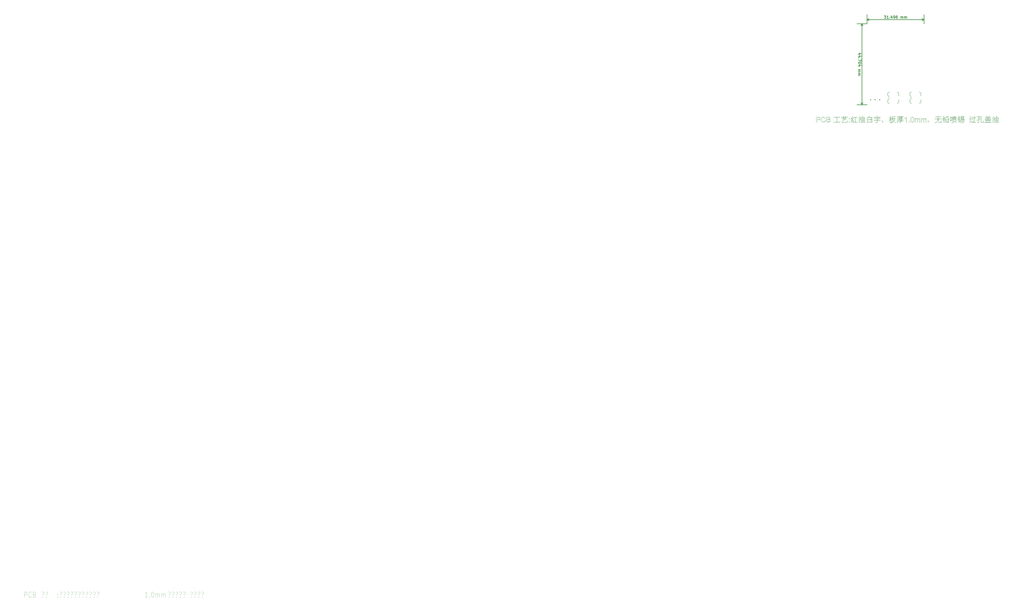
<source format=gbr>
G04 #@! TF.FileFunction,Drawing*
%FSLAX46Y46*%
G04 Gerber Fmt 4.6, Leading zero omitted, Abs format (unit mm)*
G04 Created by KiCad (PCBNEW 4.0.2+e4-6225~38~ubuntu16.04.1-stable) date Tue 21 Jun 2016 12:08:33 PM HKT*
%MOMM*%
G01*
G04 APERTURE LIST*
%ADD10C,0.100000*%
%ADD11C,0.300000*%
%ADD12C,0.203200*%
G04 APERTURE END LIST*
D10*
X2735699Y-7228380D02*
X2902610Y-7128233D01*
X2507587Y-7144925D02*
X2507587Y-8151957D01*
X2902610Y-7128233D02*
X2507587Y-7144925D01*
X2507587Y-7144925D02*
X2902610Y-7128233D01*
X5456355Y-8430142D02*
X3625893Y-8430142D01*
X3625893Y-8430142D02*
X3776113Y-8580363D01*
X3876260Y-8558108D02*
X4171137Y-8530289D01*
X3776113Y-8580363D02*
X3876260Y-8558108D01*
X4171137Y-8530289D02*
X5456355Y-8530289D01*
X6246402Y-7539948D02*
X4354740Y-7439801D01*
X4599543Y-7567767D02*
X4894420Y-7539948D01*
X4499396Y-7590022D02*
X4599543Y-7567767D01*
X4354740Y-7439801D02*
X4499396Y-7590022D01*
X3876260Y-7322963D02*
X3842878Y-7389728D01*
X3842878Y-7389728D02*
X3987535Y-7456492D01*
X3987535Y-7456492D02*
X4204519Y-7356346D01*
X4204519Y-7356346D02*
X4243465Y-7267326D01*
X8360613Y-9125607D02*
X8572034Y-9175680D01*
X8661054Y-9431611D02*
X8789019Y-9186807D01*
X8572034Y-9175680D02*
X8544216Y-9253572D01*
X8572034Y-9537321D02*
X8661054Y-9431611D01*
X8544216Y-9253572D02*
X8421814Y-9503939D01*
X5690031Y-8430142D02*
X5456355Y-8430142D01*
X5450791Y-8168648D02*
X5456355Y-8430142D01*
X5456355Y-8430142D02*
X5690031Y-8430142D01*
X5690031Y-8430142D02*
X5690031Y-8329995D01*
X8332795Y-9737615D02*
X8572034Y-9537321D01*
X8421814Y-9503939D02*
X8227084Y-9698669D01*
X8227084Y-9698669D02*
X8177011Y-9748742D01*
X8177011Y-9748742D02*
X8293849Y-9748742D01*
X8293849Y-9748742D02*
X8332795Y-9737615D01*
X8833529Y-8942004D02*
X8805710Y-8758401D01*
X8377304Y-8680509D02*
X8260466Y-8825166D01*
X8260466Y-8825166D02*
X8277158Y-8992077D01*
X8277158Y-8992077D02*
X8360613Y-9125607D01*
X8789019Y-9186807D02*
X8833529Y-8942004D01*
X8805710Y-8758401D02*
X8622108Y-8647127D01*
X8622108Y-8647127D02*
X8377304Y-8680509D01*
X5690031Y-8530289D02*
X7470419Y-8530289D01*
X6875102Y-8430142D02*
X5690031Y-8430142D01*
X5690031Y-8329995D02*
X5817996Y-8235412D01*
X5817996Y-8235412D02*
X5690031Y-8151957D01*
X7470419Y-8530289D02*
X7136596Y-8202030D01*
X7136596Y-8202030D02*
X6875102Y-8430142D01*
X6062800Y-7896026D02*
X6340985Y-7729114D01*
X6430005Y-7261763D02*
X6246402Y-7439801D01*
X6340985Y-7729114D02*
X6563534Y-7617840D01*
X6563534Y-7617840D02*
X6724882Y-7573330D01*
X6674808Y-7373037D02*
X6724882Y-7406419D01*
X6724882Y-7573330D02*
X6430005Y-7261763D01*
X6724882Y-7406419D02*
X6897357Y-7206125D01*
X-1581743Y-7161616D02*
X-2243824Y-7161616D01*
X-2455246Y-7261763D02*
X-1565051Y-7261763D01*
X-1565051Y-7261763D02*
X-2455246Y-7261763D01*
X-2243824Y-7261763D02*
X-1565051Y-7261763D01*
X-2455246Y-7261763D02*
X-2455246Y-8313304D01*
X-2243824Y-8313304D02*
X-2243824Y-7261763D01*
X-1565051Y-7261763D02*
X-1565051Y-8313304D01*
X-1565051Y-8313304D02*
X-2243824Y-8313304D01*
X-2243824Y-8313304D02*
X-1565051Y-8413451D01*
X-1353630Y-9353719D02*
X-1353630Y-7311836D01*
X-1565051Y-8413451D02*
X-2243824Y-8313304D01*
X15043Y-7840389D02*
X15043Y-8135266D01*
X15043Y-8135266D02*
X15043Y-8430142D01*
X3916Y-7250635D02*
X9480Y-7545512D01*
X9480Y-7545512D02*
X15043Y-7840389D01*
X-2455246Y-7261763D02*
X-1220101Y-7211689D01*
X-1220101Y-7211689D02*
X-2455246Y-7261763D01*
X-2243824Y-7161616D02*
X-1220101Y-7211689D01*
X-1353630Y-7311836D02*
X-1220101Y-7211689D01*
X-1220101Y-7211689D02*
X-2243824Y-7161616D01*
X-2455246Y-8313304D02*
X-3117327Y-8313304D01*
X-3117327Y-8313304D02*
X-3117327Y-7261763D01*
X-2243824Y-8313304D02*
X-3117327Y-8313304D01*
X-3117327Y-7261763D02*
X-2455246Y-7261763D01*
X-2243824Y-7161616D02*
X-3117327Y-7161616D01*
X5456355Y-9520630D02*
X5356208Y-9637468D01*
X5339517Y-9637468D02*
X5122532Y-9626341D01*
X5690031Y-8530289D02*
X5456355Y-8530289D01*
X5456355Y-8530289D02*
X5456355Y-9520630D01*
X5690031Y-9587395D02*
X5690031Y-8530289D01*
X5456355Y-8530289D02*
X5690031Y-8530289D01*
X5439664Y-7985045D02*
X5450791Y-8168648D01*
X5723413Y-8124138D02*
X5623266Y-8101883D01*
X5623266Y-8101883D02*
X5439664Y-7985045D01*
X5690031Y-8151957D02*
X5723413Y-8124138D01*
X5623266Y-8101883D02*
X5723413Y-8124138D01*
X4894420Y-7539948D02*
X6246402Y-7539948D01*
X4354740Y-7439801D02*
X6246402Y-7539948D01*
X6246402Y-7439801D02*
X4354740Y-7439801D01*
X6246402Y-7539948D02*
X5623266Y-8101883D01*
X5723413Y-8124138D02*
X6062800Y-7896026D01*
X4733072Y-9587395D02*
X4733072Y-9665287D01*
X5339517Y-9637468D02*
X4733072Y-9665287D01*
X4733072Y-9665287D02*
X5339517Y-9637468D01*
X5122532Y-9626341D02*
X4733072Y-9587395D01*
X4733072Y-9665287D02*
X4944493Y-9732051D01*
X5356208Y-9637468D02*
X5339517Y-9637468D01*
X4944493Y-9732051D02*
X5205988Y-9865580D01*
X5411845Y-9999110D02*
X5623266Y-9826634D01*
X5205988Y-9865580D02*
X5322826Y-10032492D01*
X5322826Y-10032492D02*
X5411845Y-9999110D01*
X5623266Y-9826634D02*
X5690031Y-9587395D01*
X2507587Y-9520630D02*
X2507587Y-9915654D01*
X2507587Y-9915654D02*
X2752390Y-9832198D01*
X2752390Y-9754306D02*
X2746826Y-9615213D01*
X2752390Y-9832198D02*
X2752390Y-9754306D01*
X2507587Y-8252104D02*
X2507587Y-9420483D01*
X2735699Y-8552544D02*
X2735699Y-8163084D01*
X2735699Y-8163084D02*
X2507587Y-8252104D01*
X2741263Y-9181244D02*
X2741263Y-8891931D01*
X2741263Y-9426047D02*
X2741263Y-9181244D01*
X2741263Y-8891931D02*
X2735699Y-8552544D01*
X2507587Y-8252104D02*
X2735699Y-8163084D01*
X2507587Y-9520630D02*
X2741263Y-9426047D01*
X2741263Y-9426047D02*
X2507587Y-9520630D01*
X248719Y-9520630D02*
X2507587Y-9520630D01*
X2746826Y-9615213D02*
X2741263Y-9426047D01*
X248719Y-9420483D02*
X2741263Y-9426047D01*
X2741263Y-9426047D02*
X248719Y-9420483D01*
X2735699Y-7717987D02*
X2735699Y-7228380D01*
X2735699Y-8163084D02*
X2735699Y-7717987D01*
X248719Y-8151957D02*
X2735699Y-8163084D01*
X2507587Y-8151957D02*
X248719Y-8151957D01*
X248719Y-8252104D02*
X2507587Y-8252104D01*
X2735699Y-8163084D02*
X248719Y-8151957D01*
X248719Y-8151957D02*
X248719Y-7144925D01*
X248719Y-7144925D02*
X2507587Y-7144925D01*
X2507587Y-9420483D02*
X248719Y-9420483D01*
X-1648Y-9965727D02*
X248719Y-9865580D01*
X3916Y-9670850D02*
X-1648Y-9965727D01*
X9480Y-9370410D02*
X3916Y-9670850D01*
X248719Y-9865580D02*
X248719Y-9520630D01*
X-1348067Y-9648596D02*
X-1353630Y-9353719D01*
X-1565051Y-9487248D02*
X-2243824Y-9487248D01*
X-2243824Y-9487248D02*
X-1565051Y-9587395D01*
X-1336939Y-9815507D02*
X-1348067Y-9648596D01*
X-1565051Y-9587395D02*
X-1565051Y-9932345D01*
X-1565051Y-9932345D02*
X-1336939Y-9815507D01*
X-1565051Y-9587395D02*
X-2243824Y-9487248D01*
X15043Y-9081097D02*
X9480Y-9370410D01*
X15043Y-8430142D02*
X15043Y-8496907D01*
X15043Y-8496907D02*
X15043Y-8786220D01*
X15043Y-8786220D02*
X15043Y-9081097D01*
X248719Y-9420483D02*
X248719Y-8252104D01*
X-2243824Y-8413451D02*
X-2455246Y-8413451D01*
X-2455246Y-8413451D02*
X-2455246Y-9487248D01*
X-2243824Y-9487248D02*
X-2243824Y-8413451D01*
X-1565051Y-8413451D02*
X-1565051Y-9487248D01*
X-2455246Y-8413451D02*
X-2243824Y-8413451D01*
X-2243824Y-8413451D02*
X-1565051Y-8413451D01*
X-2455246Y-9487248D02*
X-3117327Y-9487248D01*
X-3117327Y-9487248D02*
X-2243824Y-9487248D01*
X-3117327Y-9832198D02*
X-3117327Y-9587395D01*
X-3117327Y-9587395D02*
X-1565051Y-9587395D01*
X13623886Y-8958695D02*
X13540430Y-9220190D01*
X13635014Y-8908622D02*
X13623886Y-8958695D01*
X13590504Y-9481684D02*
X13718469Y-9253572D01*
X13540430Y-9220190D02*
X13412465Y-9470557D01*
X13718469Y-9253572D02*
X13813052Y-8997641D01*
X13757415Y-9793252D02*
X14018910Y-9659723D01*
X13412465Y-9470557D02*
X13245554Y-9715360D01*
X13857562Y-9604086D02*
X13601631Y-9759870D01*
X13601631Y-9759870D02*
X13317882Y-9898963D01*
X13351264Y-9949036D02*
X13484793Y-9904526D01*
X13484793Y-9904526D02*
X13757415Y-9793252D01*
X13418029Y-9698669D02*
X13590504Y-9481684D01*
X13245554Y-9715360D02*
X13039696Y-9949036D01*
X13039696Y-9949036D02*
X13089770Y-9999110D01*
X13089770Y-9999110D02*
X13189917Y-9915654D01*
X13317882Y-9898963D02*
X13351264Y-9949036D01*
X13189917Y-9915654D02*
X13418029Y-9698669D01*
X12739256Y-9019896D02*
X12739256Y-9309209D01*
X12739256Y-9309209D02*
X12733692Y-9581831D01*
X12733692Y-9581831D02*
X12733692Y-9826634D01*
X12984059Y-9765434D02*
X12984059Y-9570704D01*
X12984059Y-9570704D02*
X12978495Y-9320336D01*
X12978495Y-9320336D02*
X12978495Y-9019896D01*
X12989623Y-9932345D02*
X12989623Y-9898963D01*
X12728128Y-10049183D02*
X12989623Y-9932345D01*
X12733692Y-9826634D02*
X12728128Y-10049183D01*
X12989623Y-9898963D02*
X12984059Y-9765434D01*
X12744819Y-8357814D02*
X12739256Y-8702764D01*
X12972932Y-8663818D02*
X12972932Y-8252104D01*
X12516707Y-8029555D02*
X12422124Y-8307741D01*
X12422124Y-8307741D02*
X12316414Y-8574799D01*
X12744819Y-7996173D02*
X12744819Y-8357814D01*
X12505580Y-8524725D02*
X12633545Y-8257667D01*
X12978495Y-9019896D02*
X12972932Y-8663818D01*
X12316414Y-8574799D02*
X12194012Y-8830730D01*
X12194012Y-8830730D02*
X12066046Y-9075533D01*
X12066046Y-9075533D02*
X12116120Y-9108915D01*
X12116120Y-9108915D02*
X12199576Y-9003205D01*
X12199576Y-9003205D02*
X12360923Y-8775093D01*
X12739256Y-8702764D02*
X12739256Y-9019896D01*
X12360923Y-8775093D02*
X12505580Y-8524725D01*
X12744819Y-7968354D02*
X12744819Y-7996173D01*
X12972932Y-8252104D02*
X12972932Y-7784752D01*
X12600163Y-7740242D02*
X12516707Y-8029555D01*
X12633545Y-8257667D02*
X12744819Y-7968354D01*
X12744819Y-7968354D02*
X12972932Y-7784752D01*
X12972932Y-7784752D02*
X12744819Y-7968354D01*
X12972932Y-7784752D02*
X12600163Y-7740242D01*
X12672491Y-7445365D02*
X12600163Y-7740242D01*
X12600163Y-7740242D02*
X12972932Y-7784752D01*
X12972932Y-7161616D02*
X12744819Y-7161616D01*
X12972932Y-7261763D02*
X12711437Y-7261763D01*
X12972932Y-7690168D02*
X12972932Y-7261763D01*
X12711437Y-7261763D02*
X12972932Y-7261763D01*
X12744819Y-7161616D02*
X12972932Y-7161616D01*
X12711437Y-7261763D02*
X12672491Y-7445365D01*
X12199576Y-7295145D02*
X12333105Y-7261763D01*
X12744819Y-7161616D02*
X12066046Y-7161616D01*
X12066046Y-7161616D02*
X12199576Y-7295145D01*
X12333105Y-7261763D02*
X12711437Y-7261763D01*
X12972932Y-7261763D02*
X13635014Y-7261763D01*
X12972932Y-7784752D02*
X13011878Y-7829261D01*
X13011878Y-7829261D02*
X13195480Y-8079628D01*
X13434720Y-8001736D02*
X13290063Y-7879335D01*
X13173225Y-7161616D02*
X12972932Y-7161616D01*
X13746288Y-7773624D02*
X13740724Y-8046246D01*
X13290063Y-7879335D02*
X12972932Y-7690168D01*
X13746288Y-7189434D02*
X13746288Y-7484311D01*
X13484793Y-8380069D02*
X13518176Y-8202030D01*
X13195480Y-8079628D02*
X13317882Y-8313304D01*
X13317882Y-8313304D02*
X13418029Y-8480216D01*
X13418029Y-8480216D02*
X13484793Y-8380069D01*
X13518176Y-8202030D02*
X13434720Y-8001736D01*
X14636482Y-8652691D02*
X14514080Y-8402324D01*
X14280404Y-8168648D02*
X14358296Y-8446833D01*
X14358296Y-8446833D02*
X14458443Y-8708328D01*
X14514080Y-8402324D02*
X14408370Y-8129702D01*
X14942486Y-8291049D02*
X14831212Y-8546980D01*
X15064888Y-8535853D02*
X15187290Y-8268795D01*
X15331946Y-7278454D02*
X15165035Y-7439801D01*
X15187290Y-8268795D02*
X15298564Y-7962790D01*
X15298564Y-7962790D02*
X15415402Y-7623404D01*
X15126089Y-7712423D02*
X15042633Y-8012864D01*
X15576750Y-7523257D02*
X15331946Y-7278454D01*
X14241458Y-7539948D02*
X15165035Y-7539948D01*
X15165035Y-7539948D02*
X14163566Y-7539948D01*
X15576750Y-7523257D02*
X14163566Y-7539948D01*
X14163566Y-7539948D02*
X15165035Y-7539948D01*
X14319350Y-7845952D02*
X14241458Y-7539948D01*
X15165035Y-7539948D02*
X15126089Y-7712423D01*
X15415402Y-7623404D02*
X15576750Y-7523257D01*
X14163566Y-7539948D02*
X15576750Y-7523257D01*
X13740724Y-8046246D02*
X13724033Y-8341123D01*
X13724033Y-8341123D02*
X13685087Y-8624872D01*
X13885381Y-8713892D02*
X13929890Y-8413451D01*
X13929890Y-8413451D02*
X13957709Y-8113011D01*
X14163566Y-7539948D02*
X14163566Y-7562203D01*
X14163566Y-7562203D02*
X14213640Y-7873771D01*
X13746288Y-7484311D02*
X13746288Y-7773624D01*
X13979964Y-7439801D02*
X13746288Y-7484311D01*
X13974400Y-7823698D02*
X13979964Y-7539948D01*
X13979964Y-7539948D02*
X14163566Y-7539948D01*
X13746288Y-7484311D02*
X13979964Y-7439801D01*
X13957709Y-8113011D02*
X13974400Y-7823698D01*
X15042633Y-8012864D02*
X14942486Y-8291049D01*
X15165035Y-7439801D02*
X13979964Y-7439801D01*
X14213640Y-7873771D02*
X14280404Y-8168648D01*
X14408370Y-8129702D02*
X14319350Y-7845952D01*
X15025942Y-9192371D02*
X14820085Y-8958695D01*
X14480698Y-9325900D02*
X14686555Y-9125607D01*
X14686555Y-9125607D02*
X14497389Y-9047715D01*
X14497389Y-9047715D02*
X14686555Y-9125607D01*
X14575281Y-8958695D02*
X14497389Y-9047715D01*
X14820085Y-8958695D02*
X14820085Y-8958695D01*
X14497389Y-9047715D02*
X14308223Y-9248008D01*
X14308223Y-9248008D02*
X14096802Y-9431611D01*
X14096802Y-9431611D02*
X13857562Y-9604086D01*
X14018910Y-9659723D02*
X14258149Y-9503939D01*
X14258149Y-9503939D02*
X14480698Y-9325900D01*
X13685087Y-8624872D02*
X13635014Y-8908622D01*
X13813052Y-8997641D02*
X13885381Y-8713892D01*
X14458443Y-8708328D02*
X14575281Y-8958695D01*
X14820085Y-8958695D02*
X14703247Y-8775093D01*
X14703247Y-8775093D02*
X14636482Y-8652691D01*
X14831212Y-8546980D02*
X14703247Y-8775093D01*
X14703247Y-8775093D02*
X14820085Y-8958695D01*
X14820085Y-8958695D02*
X14948050Y-8763965D01*
X14948050Y-8763965D02*
X15064888Y-8535853D01*
X15248490Y-9387101D02*
X15025942Y-9192371D01*
X14686555Y-9125607D02*
X14731065Y-9186807D01*
X14731065Y-9186807D02*
X14931359Y-9442738D01*
X14931359Y-9442738D02*
X15137216Y-9659723D01*
X15482166Y-9537321D02*
X15248490Y-9387101D01*
X15137216Y-9659723D02*
X15348637Y-9832198D01*
X16511453Y-9698669D02*
X16372361Y-9949036D01*
X16728438Y-9153425D02*
X16633855Y-9437174D01*
X16633855Y-9437174D02*
X16511453Y-9698669D01*
X16422434Y-9982418D02*
X16583782Y-9776561D01*
X16583782Y-9776561D02*
X16745129Y-9526194D01*
X16372361Y-9949036D02*
X16422434Y-9982418D01*
X16745129Y-9526194D02*
X16873095Y-9275827D01*
X15348637Y-9832198D02*
X15560058Y-9965727D01*
X15560058Y-9965727D02*
X15626823Y-9854453D01*
X15626823Y-9854453D02*
X15910572Y-9765434D01*
X15910572Y-9765434D02*
X15910572Y-9698669D01*
X15910572Y-9698669D02*
X15732534Y-9648596D01*
X15732534Y-9648596D02*
X15482166Y-9537321D01*
X16962114Y-9025460D02*
X17012188Y-8819602D01*
X16873095Y-9275827D02*
X16962114Y-9025460D01*
X16767384Y-9025460D02*
X16728438Y-9153425D01*
X16817458Y-8775093D02*
X16767384Y-9025460D01*
X18397552Y-9604086D02*
X17902382Y-9620777D01*
X18497699Y-9437174D02*
X18397552Y-9604086D01*
X17902382Y-9620777D02*
X18397552Y-9604086D01*
X18258459Y-9592958D02*
X17902382Y-9554012D01*
X17902382Y-9620777D02*
X17969146Y-9643032D01*
X17969146Y-9643032D02*
X18264023Y-9798816D01*
X17902382Y-9554012D02*
X17902382Y-9620777D01*
X18709120Y-9503939D02*
X18709120Y-8942004D01*
X18497699Y-8942004D02*
X18497699Y-9437174D01*
X17640887Y-8942004D02*
X18497699Y-8942004D01*
X18397552Y-9604086D02*
X18258459Y-9592958D01*
X18436498Y-9926781D02*
X18642356Y-9754306D01*
X18264023Y-9798816D02*
X18347479Y-9965727D01*
X18347479Y-9965727D02*
X18436498Y-9926781D01*
X18642356Y-9754306D02*
X18709120Y-9503939D01*
X18709120Y-8841857D02*
X18497699Y-8841857D01*
X18709120Y-8841857D02*
X18709120Y-8647127D01*
X18709120Y-8647127D02*
X18692429Y-8580363D01*
X18486572Y-8569235D02*
X18497699Y-8841857D01*
X18497699Y-8841857D02*
X18709120Y-8841857D01*
X18692429Y-8580363D02*
X18709120Y-8647127D01*
X18709120Y-8942004D02*
X20111176Y-8942004D01*
X19582623Y-8841857D02*
X18709120Y-8841857D01*
X20111176Y-8942004D02*
X19799608Y-8630436D01*
X19799608Y-8630436D02*
X19582623Y-8841857D01*
X18709120Y-8942004D02*
X18497699Y-8942004D01*
X18497699Y-8942004D02*
X18709120Y-8942004D01*
X19187600Y-8263231D02*
X18992870Y-8391196D01*
X18987306Y-8508034D02*
X19237673Y-8396760D01*
X18709120Y-8647127D02*
X18987306Y-8508034D01*
X18992870Y-8391196D02*
X18692429Y-8580363D01*
X17607505Y-7339655D02*
X17607505Y-7445365D01*
X17818926Y-7918281D02*
X17818926Y-7784752D01*
X17818926Y-7784752D02*
X19220982Y-7784752D01*
X19220982Y-7690168D02*
X17818926Y-7690168D01*
X17607505Y-7445365D02*
X17601941Y-7740242D01*
X19404584Y-8018428D02*
X19220982Y-8168648D01*
X19237673Y-8396760D02*
X19360075Y-8357814D01*
X19360075Y-8357814D02*
X19632697Y-8313304D01*
X19632697Y-8313304D02*
X19404584Y-8018428D01*
X19220982Y-7784752D02*
X19220982Y-7985045D01*
X19454658Y-7868207D02*
X19449094Y-7845952D01*
X19220982Y-7985045D02*
X19454658Y-7868207D01*
X19449094Y-7845952D02*
X19443530Y-7640095D01*
X19220982Y-7322963D02*
X19220982Y-7690168D01*
X19220982Y-7228380D02*
X17818926Y-7228380D01*
X17818926Y-7228380D02*
X19220982Y-7322963D01*
X19443530Y-7640095D02*
X19437967Y-7339655D01*
X17818926Y-7690168D02*
X17818926Y-7322963D01*
X17818926Y-7322963D02*
X19220982Y-7322963D01*
X19220982Y-7322963D02*
X17818926Y-7228380D01*
X17245864Y-8992077D02*
X17346010Y-8969823D01*
X17346010Y-8969823D02*
X17640887Y-8942004D01*
X18497699Y-8841857D02*
X17095643Y-8841857D01*
X17095643Y-8841857D02*
X17245864Y-8992077D01*
X17340447Y-8168648D02*
X17490667Y-8313304D01*
X17490667Y-8313304D02*
X17590814Y-8291049D01*
X17590814Y-8291049D02*
X17885691Y-8263231D01*
X18481008Y-8463525D02*
X18486572Y-8569235D01*
X17340447Y-8168648D02*
X19187600Y-8263231D01*
X18692429Y-8580363D02*
X18481008Y-8463525D01*
X17885691Y-8263231D02*
X19187600Y-8263231D01*
X19187600Y-8263231D02*
X17340447Y-8168648D01*
X17056697Y-8546980D02*
X17084516Y-8246540D01*
X17012188Y-8819602D02*
X17056697Y-8546980D01*
X16878658Y-7818134D02*
X16878658Y-7868207D01*
X16878658Y-7868207D02*
X16873095Y-8190903D01*
X16873095Y-8190903D02*
X16850840Y-8496907D01*
X16850840Y-8496907D02*
X16817458Y-8775093D01*
X17084516Y-8246540D02*
X17095643Y-7918281D01*
X19220982Y-8168648D02*
X17340447Y-8168648D01*
X17601941Y-7740242D02*
X17590814Y-8035119D01*
X17590814Y-8035119D02*
X17818926Y-7918281D01*
X19220982Y-7784752D02*
X17601941Y-7740242D01*
X17601941Y-7740242D02*
X19220982Y-7784752D01*
X17818926Y-7690168D02*
X17601941Y-7740242D01*
X17601941Y-7740242D02*
X17818926Y-7690168D01*
X20773258Y-7378601D02*
X20773258Y-7729114D01*
X21029189Y-7239508D02*
X20773258Y-7378601D01*
X20895660Y-7679041D02*
X21157154Y-7539948D01*
X21157154Y-7539948D02*
X21296247Y-7456492D01*
X21502104Y-7289581D02*
X21029189Y-7239508D01*
X21296247Y-7456492D02*
X21502104Y-7289581D01*
X21029189Y-7239508D02*
X21502104Y-7289581D01*
X20773258Y-7729114D02*
X20895660Y-7679041D01*
X23933447Y-8146393D02*
X23939011Y-8352250D01*
X23939011Y-8352250D02*
X23972393Y-8663818D01*
X23972393Y-8663818D02*
X24028030Y-8936440D01*
X24028030Y-8936440D02*
X24117050Y-9164552D01*
X24478691Y-9114479D02*
X24428618Y-9019896D01*
X24428618Y-9019896D02*
X24361853Y-8802911D01*
X24361853Y-8802911D02*
X24322907Y-8513598D01*
X23404894Y-9604086D02*
X22993180Y-9604086D01*
X22993180Y-9604086D02*
X22993180Y-9186807D01*
X22993180Y-9186807D02*
X23404894Y-9186807D01*
X23404894Y-9186807D02*
X23404894Y-9604086D01*
X22993180Y-9604086D02*
X22993180Y-9604086D01*
X21513232Y-6816665D02*
X21307374Y-7033650D01*
X21630070Y-6638627D02*
X21513232Y-6816665D01*
X21863746Y-6638627D02*
X21630070Y-6638627D01*
X21307374Y-7033650D02*
X21246174Y-7083724D01*
X21246174Y-7083724D02*
X21029189Y-7239508D01*
X21502104Y-9604086D02*
X21863746Y-9604086D01*
X21502104Y-7289581D02*
X21502104Y-9604086D01*
X21863746Y-9604086D02*
X21863746Y-6638627D01*
X25435650Y-9476120D02*
X25463468Y-9448302D01*
X25140773Y-9286954D02*
X24895969Y-9353719D01*
X24895969Y-9353719D02*
X25463468Y-9448302D01*
X24895969Y-9654159D02*
X24929352Y-9654159D01*
X24929352Y-9654159D02*
X25207537Y-9604086D01*
X25207537Y-9604086D02*
X25435650Y-9476120D01*
X25463468Y-9448302D02*
X24895969Y-9353719D01*
X24044721Y-7300709D02*
X24039158Y-7317400D01*
X24039158Y-7317400D02*
X23983520Y-7551076D01*
X23983520Y-7551076D02*
X23950138Y-7829261D01*
X23950138Y-7829261D02*
X23933447Y-8146393D01*
X25730526Y-7245071D02*
X25608125Y-7005832D01*
X24167123Y-7039214D02*
X24044721Y-7300709D01*
X24117050Y-9164552D02*
X24228324Y-9348155D01*
X24228324Y-9348155D02*
X24389672Y-9498375D01*
X24389672Y-9498375D02*
X24617784Y-9615213D01*
X24617784Y-9615213D02*
X24895969Y-9654159D01*
X24684548Y-9303645D02*
X24478691Y-9114479D01*
X24895969Y-9353719D02*
X24684548Y-9303645D01*
X25318812Y-9114479D02*
X25140773Y-9286954D01*
X25402267Y-8942004D02*
X25318812Y-9114479D01*
X25463468Y-9448302D02*
X25630380Y-9248008D01*
X25630380Y-9248008D02*
X25752781Y-8980950D01*
X25452341Y-8697201D02*
X25402267Y-8942004D01*
X24868151Y-6638627D02*
X24589965Y-6683136D01*
X24589965Y-6683136D02*
X24367417Y-6811102D01*
X24367417Y-6811102D02*
X24334034Y-6838920D01*
X24406363Y-7328527D02*
X24495382Y-7150488D01*
X24495382Y-7150488D02*
X24640039Y-7005832D01*
X24334034Y-6838920D02*
X24167123Y-7039214D01*
X24350726Y-7567767D02*
X24406363Y-7328527D01*
X24640039Y-7005832D02*
X24895969Y-6939067D01*
X25112954Y-6989141D02*
X25318812Y-7178307D01*
X25368885Y-7272890D02*
X25435650Y-7489875D01*
X25318812Y-7178307D02*
X25368885Y-7272890D01*
X25530233Y-6900121D02*
X25313248Y-6733210D01*
X24306216Y-8146393D02*
X24317343Y-7879335D01*
X25485723Y-8146393D02*
X25485723Y-8374505D01*
X25485723Y-8374505D02*
X25452341Y-8697201D01*
X24322907Y-8513598D02*
X24306216Y-8146393D01*
X25474596Y-7779188D02*
X25485723Y-8146393D01*
X25435650Y-7489875D02*
X25474596Y-7779188D01*
X24317343Y-7879335D02*
X24350726Y-7567767D01*
X24895969Y-6939067D02*
X25530233Y-6900121D01*
X25530233Y-6900121D02*
X24895969Y-6939067D01*
X25313248Y-6733210D02*
X25179719Y-6677573D01*
X24895969Y-6638627D02*
X24868151Y-6638627D01*
X24895969Y-6939067D02*
X25112954Y-6989141D01*
X25179719Y-6677573D02*
X24895969Y-6638627D01*
X-2455246Y-6722082D02*
X-2455246Y-7161616D01*
X-2455246Y-7161616D02*
X-3117327Y-7161616D01*
X-3117327Y-7161616D02*
X-2243824Y-7161616D01*
X-2243824Y-7161616D02*
X-2243824Y-6432769D01*
X-1464905Y-6994704D02*
X-1581743Y-7161616D01*
X-1220101Y-7211689D02*
X-1464905Y-6994704D01*
X-3495660Y-6978013D02*
X-3573552Y-7183871D01*
X-1648Y-6961322D02*
X3916Y-7250635D01*
X-1648Y-6927940D02*
X-1648Y-6961322D01*
X-3117327Y-7161616D02*
X-3345440Y-7028087D01*
X2457513Y-7044778D02*
X821782Y-7044778D01*
X2635552Y-6861175D02*
X2457513Y-7044778D01*
X821782Y-7044778D02*
X2902610Y-7128233D01*
X2902610Y-7128233D02*
X821782Y-7044778D01*
X871855Y-6989141D02*
X1122222Y-6699827D01*
X1322516Y-6510661D02*
X1483864Y-6416078D01*
X1105531Y-6171275D02*
X1088840Y-6226912D01*
X1010948Y-6443897D02*
X882983Y-6722082D01*
X1122222Y-6699827D02*
X1322516Y-6510661D01*
X1088840Y-6226912D02*
X1010948Y-6443897D01*
X1483864Y-6416078D02*
X1105531Y-6171275D01*
X821782Y-7044778D02*
X248719Y-7044778D01*
X710507Y-7044778D02*
X248719Y-7044778D01*
X882983Y-6722082D02*
X710507Y-7044778D01*
X248719Y-7044778D02*
X-1648Y-6927940D01*
X248719Y-7044778D02*
X821782Y-7044778D01*
X821782Y-7044778D02*
X871855Y-6989141D01*
X-2471937Y-6204657D02*
X-2460809Y-6399387D01*
X-2460809Y-6399387D02*
X-2455246Y-6722082D01*
X-2243824Y-6432769D02*
X-2093604Y-6321495D01*
X-2093604Y-6321495D02*
X-2471937Y-6154584D01*
X-2471937Y-6154584D02*
X-2471937Y-6204657D01*
X2902610Y-7128233D02*
X2635552Y-6861175D01*
X4137755Y-6827793D02*
X4054299Y-7078160D01*
X4054299Y-7078160D02*
X4048735Y-7089287D01*
X4048735Y-7089287D02*
X3876260Y-7322963D01*
X4171137Y-6666445D02*
X4137755Y-6827793D01*
X4243465Y-7267326D02*
X4254593Y-6944631D01*
X5506428Y-6666445D02*
X5606575Y-6799974D01*
X5606575Y-6799974D02*
X5701158Y-6733210D01*
X5701158Y-6733210D02*
X5767923Y-6599681D01*
X5767923Y-6599681D02*
X5717849Y-6449460D01*
X5717849Y-6449460D02*
X5717849Y-6443897D01*
X7119905Y-7028087D02*
X7353581Y-6944631D01*
X6891793Y-6944631D02*
X7353581Y-6944631D01*
X7025322Y-6649754D02*
X6875102Y-6850048D01*
X7353581Y-6944631D02*
X6891793Y-6944631D01*
X7353581Y-6944631D02*
X7025322Y-6649754D01*
X4254593Y-6944631D02*
X6891793Y-6944631D01*
X6875102Y-6850048D02*
X4254593Y-6850048D01*
X6891793Y-6944631D02*
X6674808Y-7373037D01*
X6897357Y-7206125D02*
X7119905Y-7028087D01*
X7353581Y-6944631D02*
X4254593Y-6850048D01*
X4254593Y-6850048D02*
X4237902Y-6666445D01*
X4237902Y-6666445D02*
X4171137Y-6666445D01*
X4254593Y-6850048D02*
X7353581Y-6944631D01*
X5400718Y-6438333D02*
X5506428Y-6666445D01*
X5717849Y-6443897D02*
X5562065Y-6304804D01*
X5205988Y-6171275D02*
X5400718Y-6438333D01*
X5228243Y-6121201D02*
X5194860Y-6154584D01*
X5194860Y-6154584D02*
X5205988Y-6171275D01*
X5562065Y-6304804D02*
X5228243Y-6121201D01*
X-4218943Y-7934972D02*
X-4168869Y-7706860D01*
X-4524947Y-7645659D02*
X-4419236Y-7851516D01*
X-4419236Y-7851516D02*
X-4319090Y-8001736D01*
X-4319090Y-8001736D02*
X-4218943Y-7934972D01*
X-4168869Y-7706860D02*
X-4202252Y-7634531D01*
X-3807228Y-6816665D02*
X-3857301Y-6666445D01*
X-4168869Y-6705391D02*
X-4040904Y-6927940D01*
X-3940757Y-7061469D02*
X-3857301Y-6961322D01*
X-3857301Y-6961322D02*
X-3807228Y-6816665D01*
X-4040904Y-6927940D02*
X-3940757Y-7061469D01*
X-3573552Y-7183871D02*
X-3746027Y-7623404D01*
X-3746027Y-7623404D02*
X-3890684Y-7985045D01*
X-3718208Y-7873771D02*
X-3584679Y-7467620D01*
X-3584679Y-7467620D02*
X-3428895Y-6994704D01*
X-3428895Y-6994704D02*
X-3495660Y-6978013D01*
X-3334312Y-7317400D02*
X-3328749Y-7606713D01*
X-3345440Y-7028087D02*
X-3334312Y-7317400D01*
X-3857301Y-6666445D02*
X-4001958Y-6555171D01*
X-4369163Y-6455024D02*
X-4168869Y-6705391D01*
X-4352472Y-6382696D02*
X-4385854Y-6432769D01*
X-4385854Y-6432769D02*
X-4369163Y-6455024D01*
X-4001958Y-6555171D02*
X-4352472Y-6382696D01*
X-4202252Y-7634531D02*
X-4380290Y-7478747D01*
X-4719677Y-7378601D02*
X-4524947Y-7645659D01*
X-4730804Y-7295145D02*
X-4764187Y-7322963D01*
X-4764187Y-7322963D02*
X-4719677Y-7378601D01*
X-4380290Y-7478747D02*
X-4730804Y-7295145D01*
X12728128Y-6171275D02*
X12728128Y-6260294D01*
X12728128Y-6260294D02*
X12739256Y-6527352D01*
X12739256Y-6527352D02*
X12739256Y-6827793D01*
X12739256Y-6827793D02*
X12744819Y-7161616D01*
X12972932Y-7161616D02*
X12972932Y-6482843D01*
X12972932Y-6482843D02*
X13106461Y-6371568D01*
X13106461Y-6371568D02*
X12728128Y-6171275D01*
X13735160Y-6582989D02*
X13735160Y-6594117D01*
X13735160Y-6594117D02*
X13740724Y-6894557D01*
X13979964Y-6799974D02*
X14247022Y-6755465D01*
X14247022Y-6755465D02*
X13979964Y-6716519D01*
X13979964Y-6716519D02*
X13735160Y-6582989D01*
X13351264Y-6978013D02*
X13173225Y-7161616D01*
X13635014Y-7261763D02*
X13351264Y-6978013D01*
X13740724Y-6894557D02*
X13746288Y-7189434D01*
X13979964Y-7439801D02*
X13979964Y-6799974D01*
X14369424Y-6610808D02*
X13979964Y-6716519D01*
X13979964Y-6716519D02*
X14247022Y-6755465D01*
X14247022Y-6755465D02*
X14575281Y-6699827D01*
X14675428Y-6521789D02*
X14369424Y-6610808D01*
X14886849Y-6449460D02*
X14675428Y-6521789D01*
X14575281Y-6699827D02*
X14842339Y-6655318D01*
X14842339Y-6655318D02*
X15053761Y-6616372D01*
X15315255Y-6238039D02*
X15220672Y-6288113D01*
X15220672Y-6288113D02*
X14953614Y-6416078D01*
X14953614Y-6416078D02*
X14886849Y-6449460D01*
X15298564Y-6571862D02*
X15560058Y-6549607D01*
X15053761Y-6616372D02*
X15298564Y-6571862D01*
X15560058Y-6549607D02*
X15315255Y-6238039D01*
X17590814Y-6666445D02*
X17596378Y-6755465D01*
X17596378Y-6755465D02*
X17601941Y-7050341D01*
X17601941Y-7050341D02*
X17607505Y-7339655D01*
X16878658Y-6850048D02*
X16878658Y-7818134D01*
X17095643Y-7918281D02*
X17095643Y-6499534D01*
X19204291Y-6799974D02*
X17835617Y-6799974D01*
X19549241Y-6861175D02*
X19321129Y-6666445D01*
X17818926Y-7228380D02*
X17818926Y-6894557D01*
X17818926Y-6894557D02*
X19220982Y-6894557D01*
X19321129Y-6666445D02*
X19204291Y-6799974D01*
X17835617Y-6799974D02*
X19549241Y-6861175D01*
X19549241Y-6861175D02*
X17835617Y-6799974D01*
X17835617Y-6799974D02*
X17590814Y-6666445D01*
X17095643Y-6499534D02*
X20027720Y-6499534D01*
X20027720Y-6499534D02*
X17112334Y-6399387D01*
X19682770Y-6154584D02*
X19437967Y-6399387D01*
X19437967Y-6399387D02*
X17112334Y-6399387D01*
X17112334Y-6399387D02*
X20027720Y-6499534D01*
X20027720Y-6499534D02*
X19682770Y-6154584D01*
X19220982Y-6894557D02*
X19220982Y-7228380D01*
X19437967Y-7339655D02*
X19437967Y-6944631D01*
X19437967Y-6944631D02*
X19549241Y-6861175D01*
X19549241Y-6861175D02*
X19220982Y-6894557D01*
X19220982Y-6894557D02*
X19549241Y-6861175D01*
X16878658Y-6588553D02*
X16878658Y-6850048D01*
X16867531Y-6265858D02*
X16878658Y-6588553D01*
X16867531Y-6238039D02*
X16867531Y-6265858D01*
X17112334Y-6399387D02*
X16867531Y-6238039D01*
X-8558639Y-9670850D02*
X-8358345Y-9570704D01*
X-7952194Y-9242444D02*
X-8274890Y-9331464D01*
X-8274890Y-9331464D02*
X-8536384Y-9403792D01*
X-8358345Y-9570704D02*
X-8074596Y-9442738D01*
X-4107668Y-9453866D02*
X-4096541Y-9214626D01*
X-4107668Y-9787688D02*
X-4107668Y-9453866D01*
X-4096541Y-9214626D02*
X-4057595Y-8942004D01*
X-4057595Y-8942004D02*
X-4029776Y-8858548D01*
X-7501534Y-9676414D02*
X-7206657Y-9654159D01*
X-7206657Y-9654159D02*
X-5192593Y-9654159D01*
X-7746337Y-9554012D02*
X-7601680Y-9698669D01*
X-5192593Y-9654159D02*
X-5487469Y-9320336D01*
X-7601680Y-9698669D02*
X-7501534Y-9676414D01*
X-4168869Y-9932345D02*
X-4107668Y-9832198D01*
X-4107668Y-9832198D02*
X-4107668Y-9787688D01*
X-4402545Y-9487248D02*
X-4435927Y-9715360D01*
X-4435927Y-9715360D02*
X-4319090Y-9882272D01*
X-4319090Y-9882272D02*
X-4168869Y-9932345D01*
X-8686605Y-9765434D02*
X-8664350Y-9743179D01*
X-8536384Y-9403792D02*
X-8742242Y-9453866D01*
X-8742242Y-9453866D02*
X-8886898Y-9487248D01*
X-8886898Y-9487248D02*
X-8686605Y-9765434D01*
X-8664350Y-9743179D02*
X-8558639Y-9670850D01*
X-8686605Y-7656786D02*
X-8575330Y-7512130D01*
X-7751901Y-7345218D02*
X-7913248Y-7606713D01*
X-7913248Y-7606713D02*
X-8686605Y-7656786D01*
X-8603149Y-7334091D02*
X-8797879Y-7578894D01*
X-8491875Y-7144925D02*
X-8603149Y-7334091D01*
X-7863175Y-7868207D02*
X-7651754Y-7601149D01*
X-7651754Y-7601149D02*
X-7434769Y-7311836D01*
X-8575330Y-7512130D02*
X-8402855Y-7284017D01*
X-8030086Y-7795879D02*
X-8258199Y-8090756D01*
X-8258199Y-8090756D02*
X-8430674Y-8307741D01*
X-7946631Y-7690168D02*
X-8030086Y-7795879D01*
X-8057905Y-8101883D02*
X-7863175Y-7868207D01*
X-8247071Y-8307741D02*
X-8057905Y-8101883D01*
X-8280453Y-7751369D02*
X-7946631Y-7690168D01*
X-7584989Y-6994704D02*
X-7623935Y-7089287D01*
X-7623935Y-7089287D02*
X-7751901Y-7345218D01*
X-8219253Y-6588553D02*
X-8341654Y-6861175D01*
X-8341654Y-6861175D02*
X-8491875Y-7144925D01*
X-8402855Y-7284017D02*
X-8235944Y-7044778D01*
X-8235944Y-7044778D02*
X-8063469Y-6794411D01*
X-8953663Y-7673477D02*
X-7946631Y-7690168D01*
X-8953663Y-7673477D02*
X-8770060Y-7968354D01*
X-8770060Y-7968354D02*
X-8747805Y-7946099D01*
X-8491875Y-7801443D02*
X-8280453Y-7751369D01*
X-8747805Y-7946099D02*
X-8491875Y-7801443D01*
X-7946631Y-7690168D02*
X-8953663Y-7673477D01*
X-7368004Y-8380069D02*
X-8592021Y-8647127D01*
X-8141361Y-8697201D02*
X-7935503Y-8630436D01*
X-7935503Y-8630436D02*
X-7657318Y-8546980D01*
X-7351313Y-8446833D02*
X-7368004Y-8380069D01*
X-7896557Y-6532916D02*
X-7763028Y-6432769D01*
X-8096851Y-6221348D02*
X-8124669Y-6332622D01*
X-8124669Y-6332622D02*
X-8219253Y-6588553D01*
X-8063469Y-6794411D02*
X-7896557Y-6532916D01*
X-7763028Y-6432769D02*
X-8096851Y-6221348D01*
X-7657318Y-8546980D02*
X-7351313Y-8446833D01*
X-7434769Y-7311836D02*
X-7284549Y-7228380D01*
X-6594648Y-6961322D02*
X-6594648Y-9554012D01*
X-7251166Y-9108915D02*
X-7267858Y-9042151D01*
X-5932566Y-6861175D02*
X-7468151Y-6861175D01*
X-7468151Y-6861175D02*
X-7317931Y-7011395D01*
X-7317931Y-7011395D02*
X-7217784Y-6989141D01*
X-7217784Y-6989141D02*
X-6922907Y-6961322D01*
X-7284549Y-7228380D02*
X-7584989Y-6994704D01*
X-6922907Y-6961322D02*
X-6594648Y-6961322D01*
X-6360972Y-6961322D02*
X-6594648Y-6961322D01*
X-6594648Y-6961322D02*
X-6360972Y-6961322D01*
X-6360972Y-6961322D02*
X-5342813Y-6961322D01*
X-5671072Y-6633063D02*
X-5932566Y-6861175D01*
X-5342813Y-6961322D02*
X-5671072Y-6633063D01*
X-6360972Y-9554012D02*
X-6360972Y-6961322D01*
X-5487469Y-9320336D02*
X-5771219Y-9554012D01*
X-5771219Y-9554012D02*
X-6360972Y-9554012D01*
X-6360972Y-9554012D02*
X-6594648Y-9554012D01*
X-6594648Y-9554012D02*
X-6360972Y-9554012D01*
X-7573862Y-9131170D02*
X-7952194Y-9242444D01*
X-7267858Y-9042151D02*
X-7573862Y-9131170D01*
X-6594648Y-9554012D02*
X-7746337Y-9554012D01*
X-8074596Y-9442738D02*
X-7707391Y-9286954D01*
X-7707391Y-9286954D02*
X-7251166Y-9108915D01*
X-4163306Y-8652691D02*
X-4202252Y-8725019D01*
X-4202252Y-8725019D02*
X-4385854Y-8875239D01*
X-4747495Y-8858548D02*
X-4747495Y-8925313D01*
X-4747495Y-8925313D02*
X-4430364Y-8880803D01*
X-4385854Y-8875239D02*
X-4430364Y-8880803D01*
X-4430364Y-8880803D02*
X-4747495Y-8858548D01*
X-4664040Y-8947568D02*
X-4419236Y-9058842D01*
X-4419236Y-9058842D02*
X-4352472Y-9220190D01*
X-4352472Y-9220190D02*
X-4402545Y-9487248D01*
X-4430364Y-8880803D02*
X-4747495Y-8925313D01*
X-4747495Y-8925313D02*
X-4664040Y-8947568D01*
X-3890684Y-7985045D02*
X-4007522Y-8279922D01*
X-4007522Y-8279922D02*
X-4102105Y-8502471D01*
X-3985267Y-8708328D02*
X-3918502Y-8491343D01*
X-4029776Y-8858548D02*
X-3985267Y-8708328D01*
X-4102105Y-8502471D02*
X-4163306Y-8652691D01*
X-3918502Y-8491343D02*
X-3829483Y-8213158D01*
X-3829483Y-8213158D02*
X-3718208Y-7873771D01*
X-3328749Y-7606713D02*
X-3328749Y-9337028D01*
X-3345440Y-9932345D02*
X-3117327Y-9832198D01*
X-3334312Y-9620777D02*
X-3345440Y-9932345D01*
X-3328749Y-9337028D02*
X-3328749Y-9342591D01*
X-3328749Y-9342591D02*
X-3334312Y-9620777D01*
X-3117327Y-8413451D02*
X-2455246Y-8413451D01*
X-3117327Y-8313304D02*
X-2243824Y-8313304D01*
X-3117327Y-9487248D02*
X-3117327Y-8413451D01*
X-2243824Y-9487248D02*
X-3117327Y-9487248D01*
X-8836825Y-8663818D02*
X-8592021Y-8647127D01*
X-8619840Y-8508034D02*
X-8836825Y-8663818D01*
X-8592021Y-8647127D02*
X-8586458Y-8641563D01*
X-8592021Y-8647127D02*
X-8836825Y-8663818D01*
X-8653222Y-8958695D02*
X-8447365Y-8819602D01*
X-8686605Y-7656786D02*
X-8953663Y-7673477D01*
X-8797879Y-7578894D02*
X-8953663Y-7673477D01*
X-8953663Y-7673477D02*
X-8686605Y-7656786D01*
X-9576799Y-7462056D02*
X-9988513Y-7462056D01*
X-9988513Y-7873771D02*
X-9576799Y-7873771D01*
X-9988513Y-7462056D02*
X-9988513Y-7873771D01*
X-9576799Y-7873771D02*
X-9576799Y-7462056D01*
X-8586458Y-8641563D02*
X-8419546Y-8491343D01*
X-8558639Y-8446833D02*
X-8619840Y-8508034D01*
X-8430674Y-8307741D02*
X-8558639Y-8446833D01*
X-8419546Y-8491343D02*
X-8247071Y-8307741D01*
X-8447365Y-8819602D02*
X-8141361Y-8697201D01*
X-8836825Y-8663818D02*
X-8653222Y-8958695D01*
X-9988513Y-9604086D02*
X-9576799Y-9604086D01*
X-9576799Y-9186807D02*
X-9988513Y-9186807D01*
X-9988513Y-9186807D02*
X-9988513Y-9604086D01*
X-9576799Y-9604086D02*
X-9576799Y-9186807D01*
X29224538Y-9604086D02*
X29224538Y-8135266D01*
X28868461Y-9604086D02*
X29224538Y-9604086D01*
X28868461Y-8252104D02*
X28868461Y-9604086D01*
X27961576Y-9604086D02*
X27961576Y-8357814D01*
X27961576Y-8357814D02*
X27994958Y-8085192D01*
X29224538Y-8135266D02*
X29224538Y-8085192D01*
X28095105Y-7578894D02*
X27905938Y-7790315D01*
X27994958Y-8085192D02*
X28111796Y-7879335D01*
X28111796Y-7879335D02*
X28223070Y-7795879D01*
X28223070Y-7795879D02*
X27905938Y-7790315D01*
X27905938Y-7790315D02*
X27872556Y-7712423D01*
X28317653Y-7456492D02*
X28095105Y-7578894D01*
X27905938Y-7790315D02*
X28223070Y-7795879D01*
X29224538Y-8085192D02*
X29180029Y-7795879D01*
X28701549Y-7784752D02*
X28829515Y-7940536D01*
X28829515Y-7940536D02*
X28840642Y-7968354D01*
X28840642Y-7968354D02*
X28868461Y-8252104D01*
X29057627Y-7590022D02*
X28851770Y-7462056D01*
X29057627Y-7590022D02*
X28484565Y-7729114D01*
X29180029Y-7795879D02*
X29057627Y-7590022D01*
X28568020Y-7411983D02*
X28317653Y-7456492D01*
X28223070Y-7795879D02*
X28484565Y-7729114D01*
X28484565Y-7729114D02*
X29057627Y-7590022D01*
X28484565Y-7729114D02*
X28701549Y-7784752D01*
X28851770Y-7462056D02*
X28568020Y-7411983D01*
X30086914Y-7462056D02*
X29764219Y-7462056D01*
X30181497Y-8046246D02*
X30198188Y-8012864D01*
X30198188Y-8012864D02*
X30370663Y-7807006D01*
X30276080Y-7562203D02*
X30086914Y-7762497D01*
X30086914Y-7762497D02*
X30086914Y-7462056D01*
X30392918Y-7795879D02*
X30086914Y-7762497D01*
X30086914Y-7762497D02*
X30392918Y-7795879D01*
X29764219Y-7462056D02*
X29764219Y-9604086D01*
X29764219Y-9604086D02*
X30125860Y-9604086D01*
X30125860Y-9604086D02*
X30125860Y-8491343D01*
X30125860Y-8491343D02*
X30136987Y-8285486D01*
X30136987Y-8285486D02*
X30181497Y-8046246D01*
X25791727Y-7445365D02*
X25730526Y-7245071D01*
X25858492Y-7968354D02*
X25836237Y-7679041D01*
X25836237Y-7679041D02*
X25791727Y-7445365D01*
X25608125Y-7005832D02*
X25530233Y-6900121D01*
X27599934Y-8213158D02*
X27599934Y-9604086D01*
X27599934Y-9604086D02*
X27961576Y-9604086D01*
X26693049Y-9604086D02*
X26693049Y-8491343D01*
X26698613Y-8285486D02*
X26748686Y-8046246D01*
X26654103Y-7462056D02*
X26331408Y-7462056D01*
X26331408Y-7462056D02*
X26331408Y-9604086D01*
X26331408Y-9604086D02*
X26693049Y-9604086D01*
X25752781Y-8980950D02*
X25758345Y-8975386D01*
X25858492Y-8146393D02*
X25858492Y-7968354D01*
X26654103Y-7762497D02*
X26654103Y-7462056D01*
X26837705Y-7562203D02*
X26654103Y-7762497D01*
X26960107Y-7795879D02*
X26654103Y-7762497D01*
X26748686Y-8046246D02*
X26765377Y-8012864D01*
X26765377Y-8012864D02*
X26937852Y-7807006D01*
X26654103Y-7762497D02*
X26960107Y-7795879D01*
X27694517Y-7512130D02*
X27583243Y-7462056D01*
X27872556Y-7712423D02*
X27221602Y-7729114D01*
X27299494Y-7411983D02*
X27177092Y-7423110D01*
X27872556Y-7712423D02*
X27694517Y-7512130D01*
X27221602Y-7729114D02*
X27872556Y-7712423D01*
X27583243Y-7462056D02*
X27299494Y-7411983D01*
X25847364Y-8463525D02*
X25858492Y-8146393D01*
X26693049Y-8491343D02*
X26698613Y-8285486D01*
X25758345Y-8975386D02*
X25813982Y-8741710D01*
X25813982Y-8741710D02*
X25847364Y-8463525D01*
X27221602Y-7729114D02*
X27288366Y-7734678D01*
X27555424Y-7923844D02*
X27599934Y-8213158D01*
X27510915Y-7851516D02*
X27555424Y-7923844D01*
X27288366Y-7734678D02*
X27510915Y-7851516D01*
X26937852Y-7807006D02*
X26960107Y-7795879D01*
X27177092Y-7423110D02*
X26921161Y-7512130D01*
X26921161Y-7512130D02*
X26837705Y-7562203D01*
X26960107Y-7795879D02*
X27221602Y-7729114D01*
X31127328Y-7512130D02*
X31016054Y-7462056D01*
X31305367Y-7712423D02*
X30654413Y-7729114D01*
X30721177Y-7734678D02*
X30943726Y-7851516D01*
X30943726Y-7851516D02*
X30988236Y-7923844D01*
X30988236Y-7923844D02*
X31032745Y-8213158D01*
X30654413Y-7729114D02*
X31305367Y-7712423D01*
X31305367Y-7712423D02*
X31127328Y-7512130D01*
X31016054Y-7462056D02*
X30737869Y-7411983D01*
X31527916Y-7578894D02*
X31338750Y-7790315D01*
X31427769Y-8085192D02*
X31544607Y-7879335D01*
X31544607Y-7879335D02*
X31655881Y-7795879D01*
X31655881Y-7795879D02*
X31338750Y-7790315D01*
X31338750Y-7790315D02*
X31305367Y-7712423D01*
X31750464Y-7456492D02*
X31527916Y-7578894D01*
X31338750Y-7790315D02*
X31655881Y-7795879D01*
X30353972Y-7512130D02*
X30276080Y-7562203D01*
X30370663Y-7807006D02*
X30392918Y-7795879D01*
X30737869Y-7411983D02*
X30609903Y-7423110D01*
X30609903Y-7423110D02*
X30353972Y-7512130D01*
X30654413Y-7729114D02*
X30721177Y-7734678D01*
X30392918Y-7795879D02*
X30654413Y-7729114D01*
X32490438Y-7590022D02*
X32284581Y-7462056D01*
X32490438Y-7590022D02*
X31917376Y-7729114D01*
X32612840Y-7795879D02*
X32490438Y-7590022D01*
X32000831Y-7411983D02*
X31750464Y-7456492D01*
X31655881Y-7795879D02*
X31917376Y-7729114D01*
X31917376Y-7729114D02*
X32490438Y-7590022D01*
X31917376Y-7729114D02*
X32134361Y-7784752D01*
X32284581Y-7462056D02*
X32000831Y-7411983D01*
X32657350Y-9604086D02*
X32657350Y-8135266D01*
X31032745Y-8213158D02*
X31032745Y-9604086D01*
X31032745Y-9604086D02*
X31394387Y-9604086D01*
X31394387Y-9604086D02*
X31394387Y-8357814D01*
X31394387Y-8357814D02*
X31427769Y-8085192D01*
X32301272Y-8252104D02*
X32301272Y-9604086D01*
X32301272Y-9604086D02*
X32657350Y-9604086D01*
X32657350Y-8135266D02*
X32657350Y-8085192D01*
X32657350Y-8085192D02*
X32612840Y-7795879D01*
X32134361Y-7784752D02*
X32267890Y-7940536D01*
X32267890Y-7940536D02*
X32273453Y-7968354D01*
X32273453Y-7968354D02*
X32301272Y-8252104D01*
X34098351Y-8942004D02*
X34064969Y-8758401D01*
X33881367Y-8647127D02*
X33636563Y-8680509D01*
X33636563Y-8680509D02*
X33519725Y-8825166D01*
X33519725Y-8825166D02*
X33536416Y-8992077D01*
X34064969Y-8758401D02*
X33881367Y-8647127D01*
X33553108Y-9748742D02*
X33592054Y-9737615D01*
X33686637Y-9503939D02*
X33486343Y-9698669D01*
X33486343Y-9698669D02*
X33436270Y-9748742D01*
X33436270Y-9748742D02*
X33553108Y-9748742D01*
X33592054Y-9737615D02*
X33831293Y-9537321D01*
X33536416Y-8992077D02*
X33619872Y-9125607D01*
X33920313Y-9431611D02*
X34048278Y-9186807D01*
X33619872Y-9125607D02*
X33831293Y-9175680D01*
X33831293Y-9537321D02*
X33920313Y-9431611D01*
X33831293Y-9175680D02*
X33809038Y-9253572D01*
X33809038Y-9253572D02*
X33686637Y-9503939D01*
X34048278Y-9186807D02*
X34098351Y-8942004D01*
X-13721765Y-9025460D02*
X-13788530Y-9125607D01*
X-13788530Y-9125607D02*
X-13871985Y-9370410D01*
X-13182085Y-9587395D02*
X-13755147Y-9620777D01*
X-13593800Y-8875239D02*
X-13721765Y-9025460D01*
X-13755147Y-9620777D02*
X-13182085Y-9587395D01*
X-13755147Y-9620777D02*
X-13604927Y-9737615D01*
X-14072279Y-6989141D02*
X-13771839Y-6961322D01*
X-14166862Y-7011395D02*
X-14072279Y-6989141D01*
X-15029238Y-6833357D02*
X-15374188Y-6482843D01*
X-13148703Y-6861175D02*
X-14317082Y-6861175D01*
X-14317082Y-6861175D02*
X-14166862Y-7011395D01*
X-15374188Y-6482843D02*
X-15618991Y-6733210D01*
X-15474335Y-9520630D02*
X-16575950Y-9520630D01*
X-13871985Y-9370410D02*
X-13755147Y-9620777D01*
X-15190585Y-9236881D02*
X-15474335Y-9520630D01*
X-14812253Y-9620777D02*
X-15190585Y-9236881D01*
X-16820753Y-6833357D02*
X-16575950Y-6833357D01*
X-16575950Y-6833357D02*
X-16820753Y-6833357D01*
X-17811094Y-6833357D02*
X-16820753Y-6833357D01*
X-18111535Y-6855611D02*
X-17811094Y-6833357D01*
X-16575950Y-9520630D02*
X-16820753Y-9520630D01*
X-16820753Y-9520630D02*
X-16575950Y-9520630D01*
X-16820753Y-9520630D02*
X-18590014Y-9520630D01*
X-18590014Y-9520630D02*
X-18439794Y-9665287D01*
X-18439794Y-9665287D02*
X-18339647Y-9643032D01*
X-18339647Y-9643032D02*
X-18044770Y-9620777D01*
X-18044770Y-9620777D02*
X-14812253Y-9620777D01*
X-16575950Y-6833357D02*
X-15029238Y-6833357D01*
X-16820753Y-6833357D02*
X-16820753Y-9520630D01*
X-16575950Y-9520630D02*
X-16575950Y-6833357D01*
X-15618991Y-6733210D02*
X-18356338Y-6733210D01*
X-18356338Y-6733210D02*
X-18206118Y-6877866D01*
X-18206118Y-6877866D02*
X-18111535Y-6855611D01*
X-11023364Y-8980950D02*
X-11051183Y-9270263D01*
X-11051183Y-9270263D02*
X-11106820Y-9470557D01*
X-10756306Y-9476120D02*
X-10873144Y-9220190D01*
X-10873144Y-9220190D02*
X-10906526Y-8980950D01*
X-10923217Y-8680509D02*
X-11006673Y-8680509D01*
X-11006673Y-8680509D02*
X-11006673Y-8686073D01*
X-11006673Y-8686073D02*
X-11023364Y-8980950D01*
X-10906526Y-8980950D02*
X-10923217Y-8680509D01*
X-11184712Y-9782125D02*
X-11129075Y-9782125D01*
X-10656159Y-9520630D02*
X-10756306Y-9476120D01*
X-11129075Y-9782125D02*
X-10867580Y-9715360D01*
X-10867580Y-9715360D02*
X-10656159Y-9520630D01*
X-11106820Y-9470557D02*
X-11301550Y-9587395D01*
X-13376815Y-8691637D02*
X-13593800Y-8875239D01*
X-13476962Y-9075533D02*
X-13438016Y-9025460D01*
X-13610491Y-9353719D02*
X-13610491Y-9337028D01*
X-13610491Y-9337028D02*
X-13476962Y-9075533D01*
X-13438016Y-9025460D02*
X-13276668Y-8880803D01*
X-13276668Y-8880803D02*
X-13026301Y-8691637D01*
X-13026301Y-8691637D02*
X-12686914Y-8463525D01*
X-12775934Y-8274358D02*
X-13031865Y-8446833D01*
X-13031865Y-8446833D02*
X-13065247Y-8469088D01*
X-13065247Y-8469088D02*
X-13376815Y-8691637D01*
X-12686914Y-8463525D02*
X-12481057Y-8329995D01*
X-13510344Y-9503939D02*
X-13610491Y-9353719D01*
X-13604927Y-9737615D02*
X-13276668Y-9782125D01*
X-13259977Y-9581831D02*
X-13510344Y-9503939D01*
X-13276668Y-9782125D02*
X-11184712Y-9782125D01*
X-11301550Y-9587395D02*
X-13182085Y-9587395D01*
X-13182085Y-9587395D02*
X-13259977Y-9581831D01*
X-12058215Y-6961322D02*
X-12058215Y-7423110D01*
X-12058215Y-7423110D02*
X-11813411Y-7311836D01*
X-11813411Y-7311836D02*
X-11818975Y-7256199D01*
X-11818975Y-7256199D02*
X-11830103Y-6961322D01*
X-11830103Y-6961322D02*
X-10622777Y-6961322D01*
X-10956600Y-6616372D02*
X-11218094Y-6861175D01*
X-11218094Y-6861175D02*
X-11830103Y-6861175D01*
X-10622777Y-6961322D02*
X-10956600Y-6616372D01*
X-11830103Y-6861175D02*
X-11830103Y-6516225D01*
X-11830103Y-6516225D02*
X-11679882Y-6399387D01*
X-12074906Y-6238039D02*
X-12074906Y-6271422D01*
X-12074906Y-6271422D02*
X-12063779Y-6544043D01*
X-12063779Y-6544043D02*
X-12058215Y-6861175D01*
X-11679882Y-6399387D02*
X-12074906Y-6238039D01*
X-11674319Y-7834825D02*
X-11418388Y-7756933D01*
X-11796720Y-7901590D02*
X-11674319Y-7834825D01*
X-11958068Y-7740242D02*
X-12047087Y-7795879D01*
X-11958068Y-8001736D02*
X-11796720Y-7901590D01*
X-11696573Y-7439801D02*
X-11907995Y-7640095D01*
X-11418388Y-7756933D02*
X-11696573Y-7439801D01*
X-12058215Y-6861175D02*
X-12915027Y-6861175D01*
X-13148703Y-6961322D02*
X-13148703Y-7206125D01*
X-12915027Y-7356346D02*
X-12915027Y-6961322D01*
X-13148703Y-6961322D02*
X-12058215Y-6961322D01*
X-12915027Y-6861175D02*
X-13148703Y-6861175D01*
X-13165394Y-6204657D02*
X-13159830Y-6260294D01*
X-13159830Y-6260294D02*
X-13148703Y-6527352D01*
X-13148703Y-6861175D02*
X-12915027Y-6861175D01*
X-12915027Y-6861175D02*
X-12915027Y-6499534D01*
X-12915027Y-6499534D02*
X-12753679Y-6382696D01*
X-13148703Y-6527352D02*
X-13148703Y-6861175D01*
X-12753679Y-6382696D02*
X-13165394Y-6204657D01*
X-12058215Y-6961322D02*
X-13148703Y-6961322D01*
X-12915027Y-6961322D02*
X-12058215Y-6961322D01*
X-11830103Y-6961322D02*
X-13148703Y-6961322D01*
X-13148703Y-6961322D02*
X-11830103Y-6961322D01*
X-11830103Y-6861175D02*
X-13148703Y-6861175D01*
X-13148703Y-6861175D02*
X-11830103Y-6861175D01*
X-11958068Y-7740242D02*
X-13888677Y-7640095D01*
X-13888677Y-7640095D02*
X-11958068Y-7740242D01*
X-13643873Y-7762497D02*
X-13343433Y-7740242D01*
X-13888677Y-7640095D02*
X-13738456Y-7784752D01*
X-13738456Y-7784752D02*
X-13643873Y-7762497D01*
X-13343433Y-7740242D02*
X-11958068Y-7740242D01*
X-12047087Y-7795879D02*
X-12286327Y-7951663D01*
X-12531130Y-8113011D02*
X-12775934Y-8274358D01*
X-12481057Y-8329995D02*
X-12186180Y-8140829D01*
X-12286327Y-7951663D02*
X-12531130Y-8113011D01*
X-12186180Y-8140829D02*
X-11958068Y-8001736D01*
X-11907995Y-7640095D02*
X-13888677Y-7640095D01*
X-13771839Y-6961322D02*
X-13148703Y-6961322D01*
X-13165394Y-7473184D02*
X-12915027Y-7356346D01*
X-13148703Y-7206125D02*
X-13165394Y-7473184D01*
X-24954902Y-8758401D02*
X-24988285Y-8658255D01*
X-24988285Y-8658255D02*
X-25049486Y-8396760D01*
X-25400000Y-8636000D02*
X-25310980Y-8897494D01*
X-24815810Y-9003205D02*
X-24954902Y-8758401D01*
X-25049486Y-8396760D02*
X-25066177Y-8101883D01*
X-25466764Y-8101883D02*
X-25450073Y-8368941D01*
X-25450073Y-8368941D02*
X-25400000Y-8636000D01*
X-25310980Y-8897494D02*
X-25227524Y-9069969D01*
X-25060613Y-9286954D02*
X-24854756Y-9459429D01*
X-24854756Y-9459429D02*
X-24648898Y-9559576D01*
X-24648898Y-9559576D02*
X-24387404Y-9631904D01*
X-24359585Y-9286954D02*
X-24615516Y-9181244D01*
X-24615516Y-9175680D02*
X-24815810Y-9003205D01*
X-24615516Y-9181244D02*
X-24615516Y-9175680D01*
X-25227524Y-9069969D02*
X-25060613Y-9286954D01*
X-23525028Y-9537321D02*
X-23302480Y-9398228D01*
X-23302480Y-9398228D02*
X-23263534Y-9370410D01*
X-24114782Y-9320336D02*
X-23263534Y-9370410D01*
X-23558410Y-9131170D02*
X-23597356Y-9158989D01*
X-23780959Y-9620777D02*
X-23525028Y-9537321D01*
X-23263534Y-9370410D02*
X-24114782Y-9320336D01*
X-23836596Y-9275827D02*
X-24114782Y-9320336D01*
X-24387404Y-9631904D02*
X-24081399Y-9654159D01*
X-24081399Y-9654159D02*
X-24064708Y-9654159D01*
X-24114782Y-9320336D02*
X-24359585Y-9286954D01*
X-23597356Y-9158989D02*
X-23836596Y-9275827D01*
X-24064708Y-9654159D02*
X-23780959Y-9620777D01*
X-22957529Y-8947568D02*
X-22857383Y-8663818D01*
X-23263534Y-9370410D02*
X-23091058Y-9181244D01*
X-23280225Y-8680509D02*
X-23391499Y-8936440D01*
X-23091058Y-9181244D02*
X-22957529Y-8947568D01*
X-23252406Y-8569235D02*
X-23280225Y-8680509D01*
X-22857383Y-8663818D02*
X-23252406Y-8569235D01*
X-23391499Y-8936440D02*
X-23558410Y-9131170D01*
X-20253565Y-9131170D02*
X-20209055Y-9019896D01*
X-20654152Y-8457961D02*
X-20637461Y-8480216D01*
X-20164545Y-8747274D02*
X-20192364Y-8541417D01*
X-20570696Y-8747274D02*
X-20631897Y-8992077D01*
X-20637461Y-8480216D02*
X-20570696Y-8747274D01*
X-20192364Y-8541417D02*
X-20309202Y-8296613D01*
X-20209055Y-9019896D02*
X-20164545Y-8747274D01*
X-22395594Y-6649754D02*
X-22395594Y-9604086D01*
X-22395594Y-9604086D02*
X-21271724Y-9604086D01*
X-21271724Y-9604086D02*
X-21049176Y-9592958D01*
X-21366307Y-7890462D02*
X-22006134Y-7890462D01*
X-21060303Y-7873771D02*
X-21366307Y-7890462D01*
X-20982411Y-6672009D02*
X-21288415Y-6649754D01*
X-21288415Y-6649754D02*
X-22395594Y-6649754D01*
X-20776554Y-9158989D02*
X-21004666Y-9236881D01*
X-21049176Y-9592958D02*
X-20793245Y-9554012D01*
X-20793245Y-9554012D02*
X-20709789Y-9526194D01*
X-20709789Y-9526194D02*
X-20470549Y-9409356D01*
X-20470549Y-9409356D02*
X-20414912Y-9359282D01*
X-20414912Y-9359282D02*
X-20253565Y-9131170D01*
X-20631897Y-8992077D02*
X-20776554Y-9158989D01*
X-21004666Y-9236881D02*
X-21271724Y-9253572D01*
X-21271724Y-9253572D02*
X-22006134Y-9253572D01*
X-22006134Y-9253572D02*
X-22006134Y-8240976D01*
X-22006134Y-7890462D02*
X-20592951Y-7951663D01*
X-20414912Y-9359282D02*
X-22006134Y-9253572D01*
X-22006134Y-9253572D02*
X-20414912Y-9359282D01*
X-20871137Y-8296613D02*
X-20654152Y-8457961D01*
X-23591793Y-7078160D02*
X-23580665Y-7089287D01*
X-24081399Y-6933503D02*
X-23825469Y-6966886D01*
X-23825469Y-6966886D02*
X-23591793Y-7078160D01*
X-23530592Y-6705391D02*
X-23786523Y-6627499D01*
X-23786523Y-6627499D02*
X-24075836Y-6599681D01*
X-24843628Y-7284017D02*
X-24648898Y-7094851D01*
X-24543188Y-6666445D02*
X-24787991Y-6777719D01*
X-24787991Y-6777719D02*
X-24943775Y-6877866D01*
X-24648898Y-7094851D02*
X-24609952Y-7072596D01*
X-24609952Y-7072596D02*
X-24370713Y-6966886D01*
X-25450073Y-7812570D02*
X-25466764Y-8101883D01*
X-25066177Y-8079628D02*
X-25038358Y-7801443D01*
X-25038358Y-7801443D02*
X-24971594Y-7534384D01*
X-25066177Y-8101883D02*
X-25066177Y-8079628D01*
X-25388872Y-7539948D02*
X-25450073Y-7812570D01*
X-24971594Y-7534384D02*
X-24971594Y-7528821D01*
X-24971594Y-7528821D02*
X-24843628Y-7284017D01*
X-25288725Y-7295145D02*
X-25294289Y-7300709D01*
X-24943775Y-6877866D02*
X-25138505Y-7067033D01*
X-25138505Y-7067033D02*
X-25288725Y-7295145D01*
X-25294289Y-7300709D02*
X-25388872Y-7539948D01*
X-24943775Y-6877866D02*
X-24081399Y-6933503D01*
X-24370713Y-6966886D02*
X-24081399Y-6933503D01*
X-24270566Y-6610808D02*
X-24543188Y-6666445D01*
X-24075836Y-6599681D02*
X-24270566Y-6610808D01*
X-24081399Y-6933503D02*
X-24943775Y-6877866D01*
X-23296916Y-7551076D02*
X-22907456Y-7456492D01*
X-23580665Y-7089287D02*
X-23419318Y-7278454D01*
X-23419318Y-7278454D02*
X-23296916Y-7551076D01*
X-22907456Y-7456492D02*
X-22996475Y-7233944D01*
X-22996475Y-7233944D02*
X-23141132Y-7005832D01*
X-23330298Y-6822229D02*
X-23530592Y-6705391D01*
X-23141132Y-7005832D02*
X-23330298Y-6822229D01*
X-28103964Y-9604086D02*
X-27714504Y-9604086D01*
X-26957839Y-8402324D02*
X-26807619Y-8396760D01*
X-26991222Y-6649754D02*
X-28103964Y-6649754D01*
X-28103964Y-6649754D02*
X-28103964Y-9604086D01*
X-27714504Y-9604086D02*
X-27714504Y-8402324D01*
X-27714504Y-8402324D02*
X-26957839Y-8402324D01*
X-25939680Y-7100415D02*
X-25995317Y-7011395D01*
X-25889606Y-7779188D02*
X-25850660Y-7501002D01*
X-25850660Y-7501002D02*
X-25861788Y-7361909D01*
X-25861788Y-7361909D02*
X-25939680Y-7100415D01*
X-26256811Y-7517693D02*
X-26279066Y-7695732D01*
X-26952276Y-8051810D02*
X-27714504Y-8051810D01*
X-27714504Y-8051810D02*
X-26089900Y-8140829D01*
X-26089900Y-8140829D02*
X-27714504Y-8051810D01*
X-27714504Y-8051810D02*
X-27714504Y-7000268D01*
X-27714504Y-7000268D02*
X-26957839Y-7000268D01*
X-26345831Y-7194998D02*
X-26318012Y-7245071D01*
X-26318012Y-7245071D02*
X-26256811Y-7517693D01*
X-26279066Y-7695732D02*
X-26412595Y-7912717D01*
X-26957839Y-7000268D02*
X-26841001Y-7000268D01*
X-26957839Y-7000268D02*
X-26178919Y-6816665D01*
X-26178919Y-6816665D02*
X-26957839Y-7000268D01*
X-26273503Y-6761028D02*
X-26546124Y-6677573D01*
X-26178919Y-6816665D02*
X-26273503Y-6761028D01*
X-25995317Y-7011395D02*
X-26178919Y-6816665D01*
X-26546124Y-6677573D02*
X-26679654Y-6660881D01*
X-26679654Y-6660881D02*
X-26991222Y-6649754D01*
X-26089900Y-8140829D02*
X-26000881Y-8023991D01*
X-26507178Y-8357814D02*
X-26267939Y-8268795D01*
X-26267939Y-8268795D02*
X-26089900Y-8140829D01*
X-26423723Y-7923844D02*
X-26640708Y-8018428D01*
X-26000881Y-8023991D02*
X-25889606Y-7779188D01*
X-26412595Y-7912717D02*
X-26423723Y-7923844D01*
X-26807619Y-8396760D02*
X-26507178Y-8357814D01*
X-26841001Y-7000268D02*
X-26596198Y-7022523D01*
X-26562816Y-7033650D02*
X-26345831Y-7194998D01*
X-26640708Y-8018428D02*
X-26952276Y-8051810D01*
X-26596198Y-7022523D02*
X-26562816Y-7033650D01*
X-21321798Y-8240976D02*
X-20464986Y-8151957D01*
X-20464986Y-8151957D02*
X-21321798Y-8240976D01*
X-21321798Y-8240976D02*
X-21132631Y-8246540D01*
X-20887828Y-8285486D02*
X-20871137Y-8296613D01*
X-21132631Y-8246540D02*
X-20887828Y-8285486D01*
X-20320329Y-7272890D02*
X-20426040Y-7011395D01*
X-20364839Y-7667914D02*
X-20309202Y-7406419D01*
X-20414912Y-7762497D02*
X-20364839Y-7667914D01*
X-20426040Y-7011395D02*
X-20520623Y-6894557D01*
X-20309202Y-7406419D02*
X-20320329Y-7272890D01*
X-20592951Y-7951663D02*
X-22006134Y-7890462D01*
X-22006134Y-7000268D02*
X-21416381Y-7000268D01*
X-22006134Y-8240976D02*
X-21321798Y-8240976D01*
X-22006134Y-7890462D02*
X-22006134Y-7000268D01*
X-21416381Y-7000268D02*
X-20520623Y-6894557D01*
X-21199396Y-7005832D02*
X-20965720Y-7039214D01*
X-20743171Y-6738773D02*
X-20982411Y-6672009D01*
X-20520623Y-6894557D02*
X-20743171Y-6738773D01*
X-20520623Y-6894557D02*
X-21416381Y-7000268D01*
X-21416381Y-7000268D02*
X-21199396Y-7005832D01*
X-20592951Y-7951663D02*
X-20414912Y-7762497D01*
X-20464986Y-8151957D02*
X-20720917Y-8029555D01*
X-20720917Y-8029555D02*
X-20592951Y-7951663D01*
X-20309202Y-8296613D02*
X-20464986Y-8151957D01*
X-20770990Y-7706860D02*
X-20993539Y-7857080D01*
X-20965720Y-7039214D02*
X-20765426Y-7189434D01*
X-20765426Y-7189434D02*
X-20693098Y-7450929D01*
X-20693098Y-7450929D02*
X-20770990Y-7706860D01*
X-20993539Y-7857080D02*
X-21060303Y-7873771D01*
X58150284Y-8118574D02*
X58278250Y-8329995D01*
X58278250Y-8329995D02*
X58378397Y-8263231D01*
X58378397Y-8263231D02*
X58445161Y-8101883D01*
X58445161Y-8101883D02*
X58445161Y-8079628D01*
X58311632Y-7818134D02*
X58294941Y-7801443D01*
X58445161Y-8079628D02*
X58311632Y-7818134D01*
X58294941Y-7801443D02*
X58100211Y-7640095D01*
X59023787Y-6187966D02*
X59034915Y-6410514D01*
X57616168Y-7250635D02*
X57899917Y-7211689D01*
X59034915Y-6410514D02*
X59040479Y-6716519D01*
X59040479Y-6716519D02*
X59040479Y-7111542D01*
X59023787Y-6137892D02*
X59023787Y-6187966D01*
X59040479Y-7111542D02*
X57438129Y-7111542D01*
X57899917Y-7211689D02*
X59040479Y-7211689D01*
X59040479Y-7111542D02*
X59268591Y-7111542D01*
X59040479Y-7211689D02*
X59040479Y-8908622D01*
X59040479Y-8908622D02*
X58940332Y-9042151D01*
X59268591Y-8992077D02*
X59268591Y-7211689D01*
X59268591Y-7211689D02*
X60142094Y-7211689D01*
X59040479Y-7211689D02*
X59268591Y-7211689D01*
X59847217Y-6894557D02*
X59630232Y-7111542D01*
X59268591Y-7211689D02*
X59040479Y-7211689D01*
X59630232Y-7111542D02*
X59268591Y-7111542D01*
X60142094Y-7211689D02*
X59847217Y-6894557D01*
X57883226Y-7617840D02*
X58044574Y-7873771D01*
X58044574Y-7873771D02*
X58150284Y-8118574D01*
X57226708Y-9142298D02*
X57226708Y-7851516D01*
X56993032Y-7784752D02*
X56993032Y-9142298D01*
X58100211Y-7640095D02*
X57822025Y-7439801D01*
X59268591Y-7111542D02*
X59268591Y-6449460D01*
X59268591Y-6449460D02*
X59402120Y-6321495D01*
X59402120Y-6321495D02*
X59023787Y-6137892D01*
X59268591Y-7111542D02*
X59040479Y-7111542D01*
X56993032Y-7784752D02*
X57360237Y-7740242D01*
X57360237Y-7740242D02*
X56993032Y-7784752D01*
X57226708Y-7851516D02*
X57360237Y-7740242D01*
X57126561Y-7506566D02*
X56942959Y-7690168D01*
X57360237Y-7740242D02*
X57126561Y-7506566D01*
X56564626Y-7812570D02*
X56865067Y-7784752D01*
X56942959Y-7690168D02*
X56319823Y-7690168D01*
X56319823Y-7690168D02*
X56470043Y-7834825D01*
X56470043Y-7834825D02*
X56564626Y-7812570D01*
X56865067Y-7784752D02*
X56993032Y-7784752D01*
X57588349Y-7261763D02*
X57616168Y-7250635D01*
X57788643Y-7489875D02*
X57883226Y-7617840D01*
X57822025Y-7439801D02*
X57788643Y-7489875D01*
X57438129Y-7111542D02*
X57588349Y-7261763D01*
X56959650Y-6861175D02*
X57093179Y-7061469D01*
X57093179Y-7061469D02*
X57193326Y-7011395D01*
X57193326Y-7011395D02*
X57260090Y-6833357D01*
X57260090Y-6833357D02*
X57260090Y-6827793D01*
X57260090Y-6827793D02*
X57126561Y-6582989D01*
X57126561Y-6582989D02*
X56987468Y-6482843D01*
X56848375Y-6605244D02*
X56959650Y-6861175D01*
X56664773Y-6371568D02*
X56848375Y-6605244D01*
X56698155Y-6321495D02*
X56664773Y-6371568D01*
X56987468Y-6482843D02*
X56698155Y-6321495D01*
X61694370Y-7161616D02*
X61761134Y-7211689D01*
X61544150Y-7061469D02*
X61544150Y-7089287D01*
X61544150Y-7089287D02*
X61555277Y-7322963D01*
X61939173Y-7322963D02*
X61761134Y-7211689D01*
X61761134Y-7211689D02*
X61694370Y-7161616D01*
X61694370Y-7161616D02*
X61544150Y-7061469D01*
X61761134Y-7211689D02*
X61883536Y-7078160D01*
X61555277Y-7322963D02*
X61560841Y-7617840D01*
X61560841Y-7985045D02*
X61794517Y-7884898D01*
X61794517Y-7884898D02*
X61560841Y-7985045D01*
X61560841Y-7617840D02*
X61560841Y-7985045D01*
X61560841Y-7985045D02*
X61299346Y-8096320D01*
X62272996Y-6716519D02*
X62534491Y-6616372D01*
X62122776Y-6566298D02*
X61694370Y-7161616D01*
X61883536Y-7078160D02*
X62111648Y-6844484D01*
X62111648Y-6844484D02*
X62272996Y-6716519D01*
X62239614Y-6321495D02*
X62106085Y-6466152D01*
X62534491Y-6616372D02*
X62239614Y-6321495D01*
X62829367Y-6221348D02*
X62840495Y-6438333D01*
X62840495Y-6438333D02*
X62846058Y-6733210D01*
X60887631Y-6594117D02*
X61182508Y-6566298D01*
X61182508Y-6566298D02*
X62122776Y-6566298D01*
X62122776Y-6566298D02*
X60637264Y-6466152D01*
X62106085Y-6466152D02*
X60637264Y-6466152D01*
X60637264Y-6466152D02*
X62122776Y-6566298D01*
X60787485Y-6616372D02*
X60887631Y-6594117D01*
X60637264Y-6466152D02*
X60787485Y-6616372D01*
X61794517Y-7884898D02*
X61794517Y-7423110D01*
X62005938Y-7784752D02*
X61794517Y-7884898D01*
X62133903Y-7851516D02*
X62389834Y-7706860D01*
X61794517Y-7423110D02*
X61939173Y-7322963D01*
X62846058Y-7028087D02*
X62846058Y-9487248D01*
X62846058Y-6733210D02*
X62846058Y-7028087D01*
X61794517Y-9503939D02*
X61794517Y-8051810D01*
X61872409Y-8007300D02*
X62133903Y-7851516D01*
X61794517Y-8051810D02*
X61872409Y-8007300D01*
X63079734Y-9337028D02*
X63079734Y-6566298D01*
X62267432Y-7662350D02*
X62005938Y-7784752D01*
X62601255Y-7506566D02*
X62590128Y-7512130D01*
X62590128Y-7512130D02*
X62267432Y-7662350D01*
X62389834Y-7706860D02*
X62634637Y-7573330D01*
X62634637Y-7573330D02*
X62601255Y-7506566D01*
X59524522Y-9837762D02*
X59863908Y-9848889D01*
X59780452Y-9554012D02*
X59518958Y-9570704D01*
X59518958Y-9570704D02*
X59268591Y-9581831D01*
X59212954Y-9832198D02*
X59524522Y-9837762D01*
X59863908Y-9848889D02*
X59919545Y-9709796D01*
X61299346Y-8096320D02*
X61560841Y-8168648D01*
X61560841Y-8168648D02*
X61560841Y-9420483D01*
X61560841Y-8168648D02*
X61299346Y-8096320D01*
X61176944Y-8374505D02*
X61560841Y-8168648D01*
X60937705Y-9554012D02*
X60937705Y-9620777D01*
X61427312Y-9587395D02*
X60937705Y-9620777D01*
X60937705Y-9620777D02*
X61026724Y-9648596D01*
X61282655Y-9581831D02*
X60937705Y-9554012D01*
X60937705Y-9620777D02*
X61427312Y-9587395D01*
X61026724Y-9648596D02*
X61288219Y-9798816D01*
X59919545Y-9709796D02*
X60192167Y-9587395D01*
X60737411Y-8313304D02*
X60537117Y-8380069D01*
X60537117Y-8380069D02*
X60754102Y-8697201D01*
X60092020Y-9526194D02*
X59780452Y-9554012D01*
X60192167Y-9520630D02*
X60092020Y-9526194D01*
X60192167Y-9587395D02*
X60192167Y-9520630D01*
X60754102Y-8697201D02*
X60776357Y-8658255D01*
X61299346Y-8096320D02*
X60987778Y-8218721D01*
X60987778Y-8218721D02*
X60737411Y-8313304D01*
X60776357Y-8658255D02*
X60915450Y-8535853D01*
X60915450Y-8535853D02*
X61176944Y-8374505D01*
X61427312Y-9587395D02*
X61282655Y-9581831D01*
X61560841Y-9420483D02*
X61427312Y-9587395D01*
X61288219Y-9798816D02*
X61399493Y-9999110D01*
X61399493Y-9999110D02*
X61533022Y-9932345D01*
X61533022Y-9932345D02*
X61727752Y-9754306D01*
X61727752Y-9754306D02*
X61794517Y-9503939D01*
X58957023Y-9437174D02*
X58968150Y-9431611D01*
X59268591Y-9581831D02*
X58990405Y-9587395D01*
X58929204Y-9815507D02*
X59212954Y-9832198D01*
X58968150Y-9431611D02*
X59201826Y-9270263D01*
X59201826Y-9270263D02*
X59207390Y-9270263D01*
X58817930Y-9248008D02*
X58957023Y-9437174D01*
X59207390Y-9270263D02*
X59268591Y-8992077D01*
X58990405Y-9587395D02*
X57866535Y-9681978D01*
X58595381Y-9576267D02*
X58278250Y-9554012D01*
X58278250Y-9554012D02*
X58205922Y-9548449D01*
X58027883Y-9732051D02*
X58306068Y-9776561D01*
X57866535Y-9681978D02*
X58990405Y-9587395D01*
X58990405Y-9587395D02*
X58879131Y-9581831D01*
X58678837Y-9804380D02*
X58929204Y-9815507D01*
X58879131Y-9581831D02*
X58595381Y-9576267D01*
X58645455Y-9798816D02*
X58678837Y-9804380D01*
X58306068Y-9776561D02*
X58645455Y-9798816D01*
X58940332Y-9042151D02*
X58395088Y-9058842D01*
X58395088Y-8992077D02*
X58395088Y-9058842D01*
X58773420Y-9031023D02*
X58395088Y-8992077D01*
X58395088Y-9058842D02*
X58940332Y-9042151D01*
X58395088Y-9058842D02*
X58561999Y-9108915D01*
X58940332Y-9042151D02*
X58773420Y-9031023D01*
X58561999Y-9108915D02*
X58817930Y-9248008D01*
X56698155Y-9648596D02*
X56881758Y-9420483D01*
X56820557Y-9264699D02*
X56581317Y-9437174D01*
X56581317Y-9437174D02*
X56353205Y-9604086D01*
X56353205Y-9604086D02*
X56581317Y-9832198D01*
X56581317Y-9832198D02*
X56698155Y-9648596D01*
X57143252Y-9242444D02*
X57388056Y-9420483D01*
X56881758Y-9420483D02*
X56904013Y-9392665D01*
X56904013Y-9392665D02*
X57126561Y-9236881D01*
X57126561Y-9236881D02*
X57143252Y-9242444D01*
X57454820Y-9309209D02*
X57226708Y-9142298D01*
X57226708Y-9142298D02*
X57126561Y-9236881D01*
X56993032Y-9142298D02*
X56820557Y-9264699D01*
X57126561Y-9236881D02*
X57226708Y-9142298D01*
X57866535Y-9681978D02*
X58027883Y-9732051D01*
X58205922Y-9548449D02*
X57899917Y-9503939D01*
X57899917Y-9503939D02*
X57655114Y-9420483D01*
X57593913Y-9570704D02*
X57866535Y-9681978D01*
X57388056Y-9420483D02*
X57593913Y-9570704D01*
X57655114Y-9420483D02*
X57454820Y-9309209D01*
X53137379Y-6482843D02*
X53515711Y-6432769D01*
X53515711Y-6432769D02*
X53137379Y-6482843D01*
X53137379Y-6482843D02*
X53137379Y-6944631D01*
X53371055Y-6944631D02*
X53365491Y-6549607D01*
X53365491Y-6549607D02*
X53515711Y-6432769D01*
X53237525Y-6221348D02*
X53120687Y-6382696D01*
X53515711Y-6432769D02*
X53237525Y-6221348D01*
X51852161Y-6994704D02*
X53137379Y-7044778D01*
X52491988Y-7818134D02*
X52197111Y-7606713D01*
X51852161Y-7211689D02*
X51846597Y-7506566D01*
X51846597Y-7506566D02*
X52080273Y-7489875D01*
X51852161Y-6994704D02*
X51852161Y-7211689D01*
X53137379Y-7044778D02*
X51852161Y-6994704D01*
X52080273Y-7489875D02*
X51846597Y-7506566D01*
X51846597Y-7506566D02*
X51835470Y-7801443D01*
X51835470Y-6238039D02*
X51841033Y-6410514D01*
X51841033Y-6410514D02*
X52080273Y-6382696D01*
X52080273Y-6382696D02*
X51835470Y-6238039D01*
X52080273Y-6382696D02*
X51841033Y-6410514D01*
X51841033Y-6410514D02*
X51846597Y-6699827D01*
X53376618Y-7523257D02*
X53371055Y-7267326D01*
X53376618Y-7523257D02*
X53137379Y-7590022D01*
X53137379Y-7773624D02*
X53382182Y-7673477D01*
X53137379Y-7044778D02*
X53137379Y-7489875D01*
X53137379Y-7590022D02*
X53376618Y-7523257D01*
X53382182Y-7673477D02*
X53376618Y-7523257D01*
X53371055Y-7267326D02*
X53371055Y-6944631D01*
X53137379Y-6944631D02*
X52080273Y-6944631D01*
X53120687Y-6382696D02*
X52080273Y-6382696D01*
X53371055Y-6944631D02*
X52080273Y-6944631D01*
X52080273Y-6944631D02*
X52080273Y-6482843D01*
X52080273Y-6944631D02*
X53371055Y-6944631D01*
X52080273Y-6482843D02*
X53137379Y-6482843D01*
X52080273Y-7489875D02*
X52080273Y-7044778D01*
X52080273Y-7044778D02*
X53137379Y-7044778D01*
X53137379Y-7590022D02*
X53137379Y-7773624D01*
X52080273Y-7706860D02*
X52080273Y-7590022D01*
X53137379Y-7489875D02*
X52080273Y-7489875D01*
X52080273Y-7590022D02*
X53137379Y-7590022D01*
X51585103Y-6994704D02*
X51340299Y-6649754D01*
X51340299Y-6649754D02*
X51112187Y-6894557D01*
X51846597Y-6699827D02*
X51852161Y-6994704D01*
X51490519Y-7640095D02*
X51223461Y-7339655D01*
X52803556Y-8942004D02*
X52948212Y-8702764D01*
X52948212Y-8702764D02*
X53070614Y-8446833D01*
X52931521Y-8196466D02*
X52831374Y-8463525D01*
X52831374Y-8463525D02*
X52703409Y-8713892D01*
X53070614Y-8446833D02*
X53170761Y-8168648D01*
X52937085Y-8168648D02*
X52397405Y-8168648D01*
X52937085Y-8168648D02*
X52931521Y-8196466D01*
X52397405Y-8168648D02*
X52380714Y-8202030D01*
X52642208Y-8168648D02*
X52937085Y-8168648D01*
X52397405Y-8168648D02*
X52937085Y-8168648D01*
X52447478Y-9353719D02*
X52636644Y-9158989D01*
X52636644Y-9158989D02*
X52803556Y-8942004D01*
X52558752Y-9503939D02*
X52542061Y-9570704D01*
X52925958Y-9576267D02*
X52558752Y-9503939D01*
X53766078Y-8118574D02*
X53499020Y-7901590D01*
X53766078Y-8118574D02*
X52397405Y-8168648D01*
X53615858Y-8235412D02*
X53766078Y-8118574D01*
X53499020Y-7901590D02*
X53382182Y-8068501D01*
X53382182Y-8168648D02*
X53371055Y-8385633D01*
X52937085Y-8168648D02*
X53382182Y-8168648D01*
X53170761Y-8168648D02*
X53382182Y-8168648D01*
X53382182Y-8168648D02*
X52937085Y-8168648D01*
X52703409Y-8713892D02*
X52558752Y-8947568D01*
X52152601Y-8847421D02*
X52341768Y-8647127D01*
X52380714Y-8202030D02*
X52236057Y-8446833D01*
X52341768Y-8647127D02*
X52508679Y-8419015D01*
X52508679Y-8419015D02*
X52642208Y-8168648D01*
X52096964Y-8168648D02*
X52397405Y-8168648D01*
X53371055Y-8385633D02*
X53343236Y-8730583D01*
X53537966Y-9136734D02*
X53560221Y-8886367D01*
X53343236Y-8730583D02*
X53315417Y-9003205D01*
X53532402Y-9203498D02*
X53537966Y-9136734D01*
X53460074Y-9531758D02*
X53532402Y-9203498D01*
X53560221Y-8886367D02*
X53588039Y-8585926D01*
X53588039Y-8585926D02*
X53615858Y-8235412D01*
X53382182Y-8068501D02*
X52163729Y-8068501D01*
X52397405Y-8168648D02*
X53766078Y-8118574D01*
X52163729Y-8068501D02*
X52347331Y-7868207D01*
X52347331Y-7868207D02*
X52491988Y-7818134D01*
X53170761Y-9876708D02*
X53365491Y-9715360D01*
X52925958Y-9576267D02*
X52586571Y-9587395D01*
X52586571Y-9587395D02*
X52859193Y-9754306D01*
X52859193Y-9754306D02*
X52937085Y-9949036D01*
X52937085Y-9949036D02*
X53170761Y-9876708D01*
X53120687Y-9570704D02*
X52925958Y-9576267D01*
X53365491Y-9715360D02*
X53460074Y-9531758D01*
X52586571Y-9587395D02*
X52925958Y-9576267D01*
X52542061Y-9570704D02*
X52586571Y-9587395D01*
X52558752Y-8947568D02*
X52386277Y-9164552D01*
X53248653Y-9375974D02*
X53120687Y-9570704D01*
X53315417Y-9003205D02*
X53287599Y-9203498D01*
X53287599Y-9203498D02*
X53248653Y-9375974D01*
X52386277Y-9164552D02*
X52191547Y-9364846D01*
X52191547Y-9364846D02*
X51968999Y-9548449D01*
X52230493Y-9526194D02*
X52447478Y-9353719D01*
X51996817Y-9681978D02*
X52230493Y-9526194D01*
X51968999Y-9548449D02*
X51724195Y-9715360D01*
X51490519Y-9915654D02*
X51740887Y-9815507D01*
X51457137Y-9865580D02*
X51490519Y-9915654D01*
X51724195Y-9715360D02*
X51457137Y-9865580D01*
X51740887Y-9815507D02*
X51996817Y-9681978D01*
X51423755Y-9025460D02*
X51373681Y-8975386D01*
X51879979Y-8886367D02*
X51657431Y-9081097D01*
X51685249Y-9186807D02*
X51930053Y-9031023D01*
X51930053Y-9031023D02*
X52152601Y-8847421D01*
X51128878Y-9331464D02*
X51423755Y-9025460D01*
X51440446Y-9303645D02*
X51685249Y-9186807D01*
X51657431Y-9081097D02*
X51407064Y-9253572D01*
X51407064Y-9253572D02*
X51440446Y-9303645D01*
X51373681Y-8791784D02*
X51434882Y-8752838D01*
X51557284Y-8530289D02*
X51340299Y-8741710D01*
X51340299Y-8741710D02*
X51373681Y-8791784D01*
X51434882Y-8752838D02*
X51657431Y-8580363D01*
X51924489Y-8074065D02*
X52163729Y-8068501D01*
X52163729Y-8068501D02*
X51924489Y-8074065D01*
X52197111Y-7606713D02*
X52080273Y-7834825D01*
X52080273Y-7834825D02*
X51924489Y-8074065D01*
X51835470Y-7801443D02*
X52080273Y-7706860D01*
X52236057Y-8446833D02*
X52069146Y-8674946D01*
X51752014Y-8307741D02*
X51557284Y-8530289D01*
X51657431Y-8580363D02*
X51874416Y-8385633D01*
X52069146Y-8674946D02*
X51879979Y-8886367D01*
X51290226Y-8101883D02*
X51112187Y-8296613D01*
X51540593Y-8396760D02*
X51290226Y-8101883D01*
X51874416Y-8385633D02*
X52096964Y-8168648D01*
X51924489Y-8074065D02*
X51752014Y-8307741D01*
X69589279Y-8725019D02*
X69411240Y-8875239D01*
X69411240Y-8875239D02*
X69366731Y-8880803D01*
X69377858Y-9058842D02*
X69444623Y-9220190D01*
X69700553Y-9214626D02*
X69739499Y-8942004D01*
X68420899Y-8168648D02*
X68137150Y-7868207D01*
X69272147Y-7645659D02*
X69377858Y-7851516D01*
X69377858Y-7851516D02*
X69472441Y-8001736D01*
X68137150Y-7868207D02*
X67942420Y-8068501D01*
X69044035Y-8858548D02*
X69044035Y-8925313D01*
X69044035Y-8925313D02*
X69366731Y-8880803D01*
X69366731Y-8880803D02*
X69044035Y-8858548D01*
X69366731Y-8880803D02*
X69044035Y-8925313D01*
X69044035Y-8925313D02*
X69133055Y-8947568D01*
X68337444Y-9537321D02*
X68153841Y-9715360D01*
X69133055Y-8947568D02*
X69377858Y-9058842D01*
X69689426Y-9787688D02*
X69689426Y-9453866D01*
X69444623Y-9220190D02*
X69394549Y-9487248D01*
X69394549Y-9487248D02*
X69361167Y-9715360D01*
X69361167Y-9715360D02*
X69472441Y-9882272D01*
X69472441Y-9882272D02*
X69622661Y-9932345D01*
X69622661Y-9932345D02*
X69689426Y-9832198D01*
X69689426Y-9832198D02*
X69689426Y-9787688D01*
X69689426Y-9453866D02*
X69700553Y-9214626D01*
X69472441Y-8001736D02*
X69572588Y-7934972D01*
X69572588Y-7934972D02*
X69622661Y-7706860D01*
X69622661Y-7706860D02*
X69594843Y-7634531D01*
X69878592Y-8491343D02*
X69967612Y-8213158D01*
X69906411Y-7985045D02*
X69784009Y-8279922D01*
X69784009Y-8279922D02*
X69694990Y-8502471D01*
X70045504Y-7623404D02*
X69906411Y-7985045D01*
X69967612Y-8213158D02*
X70078886Y-7873771D01*
X69739499Y-8942004D02*
X69761754Y-8858548D01*
X69628225Y-8652691D02*
X69589279Y-8725019D01*
X69694990Y-8502471D02*
X69628225Y-8652691D01*
X69761754Y-8858548D02*
X69806264Y-8708328D01*
X69806264Y-8708328D02*
X69878592Y-8491343D01*
X67692053Y-8480216D02*
X65616788Y-8480216D01*
X66390144Y-8580363D02*
X66952079Y-8580363D01*
X65616788Y-8480216D02*
X68075949Y-8563671D01*
X66178723Y-8580363D02*
X66390144Y-8580363D01*
X68075949Y-8563671D02*
X65616788Y-8480216D01*
X67942420Y-8068501D02*
X66801859Y-8068501D01*
X66801859Y-8068501D02*
X66573746Y-8068501D01*
X67658671Y-7439801D02*
X66801859Y-7439801D01*
X66801859Y-8068501D02*
X66801859Y-7539948D01*
X66573746Y-8068501D02*
X66801859Y-8068501D01*
X66573746Y-7539948D02*
X66573746Y-8068501D01*
X66952079Y-6861175D02*
X66245487Y-6861175D01*
X67091172Y-6549607D02*
X66952079Y-6861175D01*
X66952079Y-6861175D02*
X67018844Y-6861175D01*
X67018844Y-6861175D02*
X66952079Y-6861175D01*
X67397176Y-6438333D02*
X67547396Y-6354877D01*
X67213573Y-6137892D02*
X67180191Y-6282549D01*
X67180191Y-6282549D02*
X67091172Y-6549607D01*
X67180191Y-6666445D02*
X67397176Y-6438333D01*
X67547396Y-6354877D02*
X67213573Y-6137892D01*
X67169064Y-8580363D02*
X66952079Y-8580363D01*
X68075949Y-8563671D02*
X67708744Y-8580363D01*
X67169064Y-8580363D02*
X67708744Y-8580363D01*
X67842273Y-8329995D02*
X67692053Y-8480216D01*
X68075949Y-8563671D02*
X67842273Y-8329995D01*
X66952079Y-8580363D02*
X67169064Y-8580363D01*
X67708744Y-8580363D02*
X68075949Y-8563671D01*
X66801859Y-7539948D02*
X68103768Y-7539948D01*
X67842273Y-7261763D02*
X67658671Y-7439801D01*
X68103768Y-7539948D02*
X67842273Y-7261763D01*
X66801859Y-6961322D02*
X68253988Y-6961322D01*
X67975802Y-6666445D02*
X67775509Y-6861175D01*
X67775509Y-6861175D02*
X67018844Y-6861175D01*
X68253988Y-6961322D02*
X67975802Y-6666445D01*
X67018844Y-6861175D02*
X67180191Y-6666445D01*
X65138308Y-8218721D02*
X65238455Y-8190903D01*
X65371984Y-8329995D02*
X65371984Y-8452397D01*
X66573746Y-8068501D02*
X64988088Y-8068501D01*
X64988088Y-8068501D02*
X65138308Y-8218721D01*
X65238455Y-8190903D02*
X65533332Y-8168648D01*
X65616788Y-8480216D02*
X65371984Y-8329995D01*
X65388676Y-9715360D02*
X67925729Y-9715360D01*
X66952079Y-9715360D02*
X66390144Y-9715360D01*
X65533332Y-8168648D02*
X68420899Y-8168648D01*
X67925729Y-9715360D02*
X67925729Y-8680509D01*
X65010343Y-9843326D02*
X65305220Y-9815507D01*
X64910196Y-9865580D02*
X65010343Y-9843326D01*
X65388676Y-9715360D02*
X64759976Y-9715360D01*
X64759976Y-9715360D02*
X64910196Y-9865580D01*
X67708744Y-9715360D02*
X67169064Y-9715360D01*
X66952079Y-8580363D02*
X66952079Y-9715360D01*
X66952079Y-9715360D02*
X67169064Y-9715360D01*
X67169064Y-9715360D02*
X67169064Y-8580363D01*
X67708744Y-8580363D02*
X67708744Y-9715360D01*
X67169064Y-9715360D02*
X66952079Y-9715360D01*
X65371984Y-8452397D02*
X65377548Y-8674946D01*
X65600097Y-9715360D02*
X65388676Y-9715360D01*
X65377548Y-8674946D02*
X65383112Y-8958695D01*
X65383112Y-8958695D02*
X65383112Y-9309209D01*
X65383112Y-9309209D02*
X65388676Y-9715360D01*
X65388676Y-9715360D02*
X65600097Y-9715360D01*
X65600097Y-9715360D02*
X65600097Y-8580363D01*
X65600097Y-8580363D02*
X66178723Y-8580363D01*
X66390144Y-8580363D02*
X66178723Y-8580363D01*
X66178723Y-8580363D02*
X66178723Y-9715360D01*
X66390144Y-9715360D02*
X66390144Y-8580363D01*
X66178723Y-9715360D02*
X65600097Y-9715360D01*
X66178723Y-9715360D02*
X66390144Y-9715360D01*
X66390144Y-9715360D02*
X66178723Y-9715360D01*
X65305220Y-9815507D02*
X68598938Y-9815507D01*
X68598938Y-9815507D02*
X68337444Y-9537321D01*
X67925729Y-9715360D02*
X65388676Y-9715360D01*
X67925729Y-8680509D02*
X68075949Y-8563671D01*
X68153841Y-9715360D02*
X67925729Y-9715360D01*
X66573746Y-7539948D02*
X66801859Y-7539948D01*
X66573746Y-7439801D02*
X66801859Y-7439801D01*
X66801859Y-7439801D02*
X66801859Y-6961322D01*
X66573746Y-6961322D02*
X66573746Y-7439801D01*
X66801859Y-7439801D02*
X66573746Y-7439801D01*
X66801859Y-7539948D02*
X66573746Y-7539948D01*
X66801859Y-6961322D02*
X66573746Y-6961322D01*
X66573746Y-6961322D02*
X66801859Y-6961322D01*
X66573746Y-7439801D02*
X65305220Y-7439801D01*
X65305220Y-7439801D02*
X65449876Y-7590022D01*
X65449876Y-7590022D02*
X65550023Y-7567767D01*
X65550023Y-7567767D02*
X65850464Y-7539948D01*
X65850464Y-7539948D02*
X66573746Y-7539948D01*
X65683552Y-6961322D02*
X66573746Y-6961322D01*
X66323379Y-6482843D02*
X66173159Y-6366005D01*
X65833773Y-6204657D02*
X65817081Y-6254730D01*
X65817081Y-6254730D02*
X65967302Y-6427206D01*
X66373453Y-6633063D02*
X66323379Y-6482843D01*
X65967302Y-6427206D02*
X66095267Y-6633063D01*
X66173159Y-6366005D02*
X65833773Y-6204657D01*
X66245487Y-6861175D02*
X66162032Y-6861175D01*
X66245487Y-6861175D02*
X66373453Y-6633063D01*
X66095267Y-6633063D02*
X66162032Y-6861175D01*
X66162032Y-6861175D02*
X66245487Y-6861175D01*
X65288529Y-7011395D02*
X65388676Y-6989141D01*
X66162032Y-6861175D02*
X65138308Y-6861175D01*
X65138308Y-6861175D02*
X65288529Y-7011395D01*
X65388676Y-6989141D02*
X65683552Y-6961322D01*
X69594843Y-7634531D02*
X69411240Y-7478747D01*
X69060726Y-7295145D02*
X69027344Y-7322963D01*
X69027344Y-7322963D02*
X69071854Y-7378601D01*
X69071854Y-7378601D02*
X69272147Y-7645659D01*
X69411240Y-7478747D02*
X69060726Y-7295145D01*
X71553270Y-6432769D02*
X71697926Y-6321495D01*
X71319594Y-6154584D02*
X71325158Y-6204657D01*
X71325158Y-6204657D02*
X71330721Y-6399387D01*
X71336285Y-6722082D02*
X71336285Y-7161616D01*
X71553270Y-7161616D02*
X71553270Y-6432769D01*
X71330721Y-6399387D02*
X71336285Y-6722082D01*
X71697926Y-6321495D02*
X71319594Y-6154584D01*
X70301434Y-6978013D02*
X70217979Y-7183871D01*
X70078886Y-7873771D02*
X70212415Y-7467620D01*
X70212415Y-7467620D02*
X70362635Y-6994704D01*
X70362635Y-6994704D02*
X70301434Y-6978013D01*
X70217979Y-7183871D02*
X70045504Y-7623404D01*
X69934229Y-6961322D02*
X69984303Y-6816665D01*
X69622661Y-6705391D02*
X69756191Y-6927940D01*
X69756191Y-6927940D02*
X69856337Y-7061469D01*
X69856337Y-7061469D02*
X69934229Y-6961322D01*
X69984303Y-6816665D02*
X69934229Y-6666445D01*
X69934229Y-6666445D02*
X69789573Y-6555171D01*
X69422368Y-6455024D02*
X69622661Y-6705391D01*
X69444623Y-6382696D02*
X69411240Y-6432769D01*
X69411240Y-6432769D02*
X69422368Y-6455024D01*
X69789573Y-6555171D02*
X69444623Y-6382696D01*
X72571429Y-7211689D02*
X71553270Y-7161616D01*
X71553270Y-7261763D02*
X72226479Y-7261763D01*
X72209788Y-7161616D02*
X71553270Y-7161616D01*
X71553270Y-7161616D02*
X72571429Y-7211689D01*
X72326626Y-6994704D02*
X72209788Y-7161616D01*
X72571429Y-7211689D02*
X72326626Y-6994704D01*
X70679767Y-8313304D02*
X70679767Y-7261763D01*
X70679767Y-7261763D02*
X71336285Y-7261763D01*
X70679767Y-7161616D02*
X70446091Y-7028087D01*
X71336285Y-7161616D02*
X70679767Y-7161616D01*
X70446091Y-7028087D02*
X70457218Y-7317400D01*
X70457218Y-7317400D02*
X70462782Y-7606713D01*
X71553270Y-7161616D02*
X70679767Y-7161616D01*
X70679767Y-7161616D02*
X71553270Y-7161616D01*
X72571429Y-7211689D02*
X71336285Y-7261763D01*
X72226479Y-7261763D02*
X71336285Y-7261763D01*
X72443464Y-7311836D02*
X72571429Y-7211689D01*
X71336285Y-7261763D02*
X72571429Y-7211689D01*
X71553270Y-8413451D02*
X71336285Y-8413451D01*
X71553270Y-8413451D02*
X72226479Y-8413451D01*
X70679767Y-8413451D02*
X71336285Y-8413451D01*
X72226479Y-8313304D02*
X71553270Y-8313304D01*
X71553270Y-8313304D02*
X72226479Y-8413451D01*
X71336285Y-8413451D02*
X71553270Y-8413451D01*
X72226479Y-8413451D02*
X71553270Y-8313304D01*
X71553270Y-8313304D02*
X70679767Y-8313304D01*
X63391302Y-9620777D02*
X63140935Y-9565140D01*
X63886473Y-9620777D02*
X63391302Y-9620777D01*
X62846058Y-9487248D02*
X62857186Y-9598522D01*
X62857186Y-9598522D02*
X62979588Y-9782125D01*
X62979588Y-9782125D02*
X63257773Y-9832198D01*
X63257773Y-9832198D02*
X63919855Y-9832198D01*
X63140935Y-9565140D02*
X63079734Y-9337028D01*
X64181350Y-8825166D02*
X64097894Y-8825166D01*
X64097894Y-8825166D02*
X64092330Y-9114479D01*
X64092330Y-9114479D02*
X64070075Y-9370410D01*
X64214732Y-9303645D02*
X64192477Y-9147861D01*
X64192477Y-9147861D02*
X64181350Y-8825166D01*
X63079734Y-6566298D02*
X63257773Y-6432769D01*
X63257773Y-6432769D02*
X62829367Y-6221348D01*
X64070075Y-9370410D02*
X64053384Y-9431611D01*
X64231423Y-9759870D02*
X64398335Y-9570704D01*
X64398335Y-9570704D02*
X64353825Y-9542885D01*
X64353825Y-9542885D02*
X64214732Y-9303645D01*
X64053384Y-9431611D02*
X63886473Y-9620777D01*
X63391302Y-9620777D02*
X64231423Y-9759870D01*
X63919855Y-9832198D02*
X63953237Y-9832198D01*
X63953237Y-9832198D02*
X64231423Y-9759870D01*
X64231423Y-9759870D02*
X63391302Y-9620777D01*
X71336285Y-7261763D02*
X71336285Y-8313304D01*
X71553270Y-8313304D02*
X71553270Y-7261763D01*
X71336285Y-8313304D02*
X70679767Y-8313304D01*
X70679767Y-8313304D02*
X71553270Y-8313304D01*
X71553270Y-9487248D02*
X72226479Y-9587395D01*
X70679767Y-9587395D02*
X72226479Y-9587395D01*
X70679767Y-9487248D02*
X71553270Y-9487248D01*
X72226479Y-8413451D02*
X72226479Y-9487248D01*
X72226479Y-9487248D02*
X71553270Y-9487248D01*
X72226479Y-9587395D02*
X71553270Y-9487248D01*
X72449028Y-9648596D02*
X72443464Y-9353719D01*
X71553270Y-9487248D02*
X71553270Y-8413451D01*
X72226479Y-9932345D02*
X72460155Y-9815507D01*
X72460155Y-9815507D02*
X72449028Y-9648596D01*
X72226479Y-9587395D02*
X72226479Y-9932345D01*
X70462782Y-9337028D02*
X70462782Y-9342591D01*
X70462782Y-9342591D02*
X70457218Y-9620777D01*
X70457218Y-9620777D02*
X70446091Y-9932345D01*
X70446091Y-9932345D02*
X70679767Y-9832198D01*
X70679767Y-9832198D02*
X70679767Y-9587395D01*
X71336285Y-7261763D02*
X72226479Y-7261763D01*
X72226479Y-7261763D02*
X72226479Y-8313304D01*
X72443464Y-9353719D02*
X72443464Y-7311836D01*
X70462782Y-7606713D02*
X70462782Y-9337028D01*
X70679767Y-9487248D02*
X70679767Y-8413451D01*
X71553270Y-9487248D02*
X70679767Y-9487248D01*
X71336285Y-8413451D02*
X71336285Y-9487248D01*
X71336285Y-9487248D02*
X70679767Y-9487248D01*
X48241311Y-9142298D02*
X48207929Y-9186807D01*
X48207929Y-9186807D02*
X48436041Y-9337028D01*
X48436041Y-9337028D02*
X48708663Y-9531758D01*
X48708663Y-9531758D02*
X48914520Y-9704233D01*
X48964594Y-9414920D02*
X48664153Y-9292518D01*
X48664153Y-9292518D02*
X48241311Y-9142298D01*
X49181578Y-9554012D02*
X49137069Y-9515066D01*
X48914520Y-9704233D02*
X49048049Y-9848889D01*
X49048049Y-9848889D02*
X49214961Y-10015801D01*
X49214961Y-10015801D02*
X49248343Y-9932345D01*
X49248343Y-9932345D02*
X49265034Y-9798816D01*
X49265034Y-9798816D02*
X49181578Y-9554012D01*
X49137069Y-9515066D02*
X48964594Y-9414920D01*
X49125941Y-9008769D02*
X49120378Y-8786220D01*
X49131505Y-9058842D02*
X49125941Y-9008769D01*
X49120378Y-8786220D02*
X49114814Y-8480216D01*
X49114814Y-8480216D02*
X49114814Y-8085192D01*
X49114814Y-8085192D02*
X49231652Y-8001736D01*
X48886702Y-9175680D02*
X49131505Y-9058842D01*
X48886702Y-8035119D02*
X48886702Y-9175680D01*
X47267661Y-8463525D02*
X47267661Y-8602617D01*
X47250970Y-9175680D02*
X47484646Y-9075533D01*
X47267661Y-8602617D02*
X47262097Y-8908622D01*
X47262097Y-8908622D02*
X47250970Y-9175680D01*
X47484646Y-9075533D02*
X47484646Y-8035119D01*
X46922711Y-8741710D02*
X46922711Y-8725019D01*
X46922711Y-8725019D02*
X46911583Y-8441270D01*
X46911583Y-8441270D02*
X46906020Y-8135266D01*
X48202365Y-8830730D02*
X48241311Y-8496907D01*
X48007635Y-8318868D02*
X47990944Y-8619309D01*
X48241311Y-8496907D02*
X48391531Y-8380069D01*
X48007635Y-8185339D02*
X48007635Y-8318868D01*
X48391531Y-8380069D02*
X48007635Y-8185339D01*
X47484646Y-8035119D02*
X48886702Y-8035119D01*
X47990944Y-8619309D02*
X47963125Y-8891931D01*
X47935307Y-9453866D02*
X48091091Y-9220190D01*
X47963125Y-8891931D02*
X47940870Y-8969823D01*
X47940870Y-8969823D02*
X47835160Y-9236881D01*
X48091091Y-9220190D02*
X48135600Y-9103352D01*
X48135600Y-9103352D02*
X48202365Y-8830730D01*
X47835160Y-9236881D02*
X47662685Y-9470557D01*
X47490210Y-9787688D02*
X47679376Y-9681978D01*
X47234279Y-9876708D02*
X47490210Y-9787688D01*
X47518028Y-9592958D02*
X47301043Y-9720924D01*
X47679376Y-9681978D02*
X47718322Y-9654159D01*
X47718322Y-9654159D02*
X47935307Y-9453866D01*
X47662685Y-9470557D02*
X47518028Y-9592958D01*
X47267661Y-8129702D02*
X47267661Y-8463525D01*
X47250970Y-7801443D02*
X47256534Y-7862644D01*
X47256534Y-7862644D02*
X47267661Y-8129702D01*
X47501337Y-7934972D02*
X47250970Y-7801443D01*
X50650399Y-7640095D02*
X50650399Y-8296613D01*
X51223461Y-7339655D02*
X51012040Y-7539948D01*
X50349958Y-7539948D02*
X51490519Y-7640095D01*
X50861820Y-8296613D02*
X50861820Y-7640095D01*
X50366649Y-7517693D02*
X50500178Y-7272890D01*
X50322140Y-7256199D02*
X50210865Y-7506566D01*
X50210865Y-7506566D02*
X50088464Y-7740242D01*
X50088464Y-7740242D02*
X49954935Y-7951663D01*
X49954935Y-7951663D02*
X50005008Y-7985045D01*
X50005008Y-7985045D02*
X50127410Y-7851516D01*
X50127410Y-7851516D02*
X50299885Y-7640095D01*
X50422286Y-6978013D02*
X50683781Y-6894557D01*
X50422286Y-6978013D02*
X50322140Y-7256199D01*
X50500178Y-7272890D02*
X50650399Y-6994704D01*
X50516870Y-6683136D02*
X50422286Y-6978013D01*
X50683781Y-6894557D02*
X50422286Y-6978013D01*
X50811746Y-6566298D02*
X50995349Y-6371568D01*
X51112187Y-6894557D02*
X50683781Y-6894557D01*
X50706036Y-6833357D02*
X50811746Y-6566298D01*
X50650399Y-6171275D02*
X50605889Y-6366005D01*
X50683781Y-6894557D02*
X50706036Y-6833357D01*
X50605889Y-6366005D02*
X50516870Y-6683136D01*
X50995349Y-6371568D02*
X50650399Y-6171275D01*
X50861820Y-9337028D02*
X50861820Y-8396760D01*
X51112187Y-8296613D02*
X50861820Y-8296613D01*
X50650399Y-8396760D02*
X50861820Y-8396760D01*
X50861820Y-8396760D02*
X51540593Y-8396760D01*
X50861820Y-8396760D02*
X50650399Y-8396760D01*
X50861820Y-8296613D02*
X50650399Y-8296613D01*
X50650399Y-8396760D02*
X50650399Y-9320336D01*
X50650399Y-8296613D02*
X50861820Y-8296613D01*
X50266503Y-8424579D02*
X50566943Y-8396760D01*
X50171919Y-8446833D02*
X50266503Y-8424579D01*
X50021699Y-8296613D02*
X50171919Y-8446833D01*
X50650399Y-8296613D02*
X50021699Y-8296613D01*
X50566943Y-8396760D02*
X50650399Y-8396760D01*
X50650399Y-9320336D02*
X50566943Y-9554012D01*
X51373681Y-8975386D02*
X50861820Y-9337028D01*
X50566943Y-9554012D02*
X50761673Y-9798816D01*
X50761673Y-9798816D02*
X50795055Y-9737615D01*
X50795055Y-9737615D02*
X50917457Y-9570704D01*
X50861820Y-9337028D02*
X50566943Y-9554012D01*
X50917457Y-9570704D02*
X51128878Y-9331464D01*
X50566943Y-9554012D02*
X50861820Y-9337028D01*
X50861820Y-7640095D02*
X51490519Y-7640095D01*
X51012040Y-7539948D02*
X50349958Y-7539948D01*
X50349958Y-7539948D02*
X50366649Y-7517693D01*
X51490519Y-7640095D02*
X50349958Y-7539948D01*
X50299885Y-7640095D02*
X50650399Y-7640095D01*
X50861820Y-7640095D02*
X50650399Y-7640095D01*
X50650399Y-7640095D02*
X50861820Y-7640095D01*
X50650399Y-6994704D02*
X51585103Y-6994704D01*
X47729449Y-7356346D02*
X47518028Y-7356346D01*
X47518028Y-7356346D02*
X47729449Y-7356346D01*
X47729449Y-7356346D02*
X47729449Y-7144925D01*
X47729449Y-7144925D02*
X47862978Y-7028087D01*
X47501337Y-6894557D02*
X47506901Y-7005832D01*
X47506901Y-7005832D02*
X47518028Y-7356346D01*
X47862978Y-7028087D02*
X47501337Y-6894557D01*
X48602952Y-7356346D02*
X48819937Y-7356346D01*
X48597389Y-7028087D02*
X48602952Y-7356346D01*
X48819937Y-7356346D02*
X48602952Y-7356346D01*
X48819937Y-7356346D02*
X48819937Y-7161616D01*
X48819937Y-7161616D02*
X48947902Y-7061469D01*
X48947902Y-7061469D02*
X48586261Y-6877866D01*
X49014667Y-6466152D02*
X48819937Y-6666445D01*
X47662685Y-6766592D02*
X48057708Y-6766592D01*
X48057708Y-6666445D02*
X47117441Y-6666445D01*
X47117441Y-6666445D02*
X47267661Y-6816665D01*
X47267661Y-6816665D02*
X47367808Y-6788847D01*
X47367808Y-6788847D02*
X47662685Y-6766592D01*
X48057708Y-6666445D02*
X48274693Y-6666445D01*
X48057708Y-6766592D02*
X48274693Y-6766592D01*
X48274693Y-6766592D02*
X48057708Y-6766592D01*
X48274693Y-6666445D02*
X48057708Y-6666445D01*
X48057708Y-6766592D02*
X48057708Y-7194998D01*
X48057708Y-7194998D02*
X48274693Y-7078160D01*
X48602952Y-7356346D02*
X47729449Y-7356346D01*
X47518028Y-7456492D02*
X48819937Y-7456492D01*
X48586261Y-6877866D02*
X48597389Y-7028087D01*
X48274693Y-7078160D02*
X48274693Y-6766592D01*
X48819937Y-6666445D02*
X48274693Y-6666445D01*
X47467955Y-7456492D02*
X47518028Y-7456492D01*
X47167514Y-7484311D02*
X47467955Y-7456492D01*
X47518028Y-7356346D02*
X46922711Y-7356346D01*
X47072931Y-7506566D02*
X47167514Y-7484311D01*
X46922711Y-7356346D02*
X47072931Y-7506566D01*
X48274693Y-6666445D02*
X48274693Y-6432769D01*
X48274693Y-6432769D02*
X48408222Y-6321495D01*
X48041017Y-6171275D02*
X48052145Y-6371568D01*
X48052145Y-6371568D02*
X48057708Y-6666445D01*
X48408222Y-6321495D02*
X48041017Y-6171275D01*
X48853319Y-7934972D02*
X47501337Y-7934972D01*
X48602952Y-7818134D02*
X48819937Y-7706860D01*
X48819937Y-7456492D02*
X47518028Y-7456492D01*
X49231652Y-8001736D02*
X47501337Y-7934972D01*
X48274693Y-6766592D02*
X49315108Y-6766592D01*
X49315108Y-6766592D02*
X49014667Y-6466152D01*
X48886702Y-8035119D02*
X49231652Y-8001736D01*
X49231652Y-8001736D02*
X48886702Y-8035119D01*
X47501337Y-7934972D02*
X49231652Y-8001736D01*
X49231652Y-8001736D02*
X48964594Y-7784752D01*
X48819937Y-7456492D02*
X49626675Y-7456492D01*
X48964594Y-7784752D02*
X48853319Y-7934972D01*
X48819937Y-7706860D02*
X48819937Y-7456492D01*
X49131505Y-7356346D02*
X48819937Y-7356346D01*
X49331799Y-7161616D02*
X49131505Y-7356346D01*
X49626675Y-7456492D02*
X49331799Y-7161616D01*
X47729449Y-7723551D02*
X47729449Y-7456492D01*
X47729449Y-7456492D02*
X48602952Y-7456492D01*
X47518028Y-7456492D02*
X48602952Y-7456492D01*
X47518028Y-7456492D02*
X47518028Y-7818134D01*
X47518028Y-7818134D02*
X47729449Y-7723551D01*
X48602952Y-7456492D02*
X47518028Y-7456492D01*
X48602952Y-7456492D02*
X48602952Y-7818134D01*
X44763990Y-9420483D02*
X43640120Y-9420483D01*
X43640120Y-9520630D02*
X44763990Y-9520630D01*
X43640120Y-9420483D02*
X44997666Y-9453866D01*
X44997666Y-9453866D02*
X44763990Y-9520630D01*
X44997666Y-9453866D02*
X43640120Y-9420483D01*
X45008793Y-9782125D02*
X45003230Y-9670850D01*
X44763990Y-9520630D02*
X44763990Y-9898963D01*
X44763990Y-9898963D02*
X45008793Y-9782125D01*
X45003230Y-9670850D02*
X44997666Y-9453866D01*
X44763990Y-9520630D02*
X44997666Y-9453866D01*
X43412008Y-9047715D02*
X43406444Y-9325900D01*
X43400880Y-8419015D02*
X43406444Y-8713892D01*
X43406444Y-8713892D02*
X43412008Y-8992077D01*
X43412008Y-8992077D02*
X43412008Y-9047715D01*
X43640120Y-9420483D02*
X43640120Y-8329995D01*
X44730608Y-8252104D02*
X43656811Y-8252104D01*
X44864137Y-8085192D02*
X44730608Y-8252104D01*
X43640120Y-8329995D02*
X44763990Y-8329995D01*
X45125631Y-8296613D02*
X43656811Y-8252104D01*
X43656811Y-8252104D02*
X45125631Y-8296613D01*
X43640120Y-9832198D02*
X43640120Y-9520630D01*
X43395316Y-9932345D02*
X43640120Y-9832198D01*
X43400880Y-9620777D02*
X43395316Y-9932345D01*
X43406444Y-9325900D02*
X43400880Y-9620777D01*
X44763990Y-8329995D02*
X44763990Y-9420483D01*
X44997666Y-9453866D02*
X44997666Y-9170116D01*
X44997666Y-9170116D02*
X44992102Y-8819602D01*
X44992102Y-8819602D02*
X44992102Y-8396760D01*
X43656811Y-8252104D02*
X43395316Y-8101883D01*
X43016984Y-8085192D02*
X43050366Y-8135266D01*
X43395316Y-8101883D02*
X43395316Y-8113011D01*
X43261787Y-8413451D02*
X43000293Y-8135266D01*
X43395316Y-8113011D02*
X43400880Y-8419015D01*
X43050366Y-8135266D02*
X43139386Y-8085192D01*
X44763990Y-8329995D02*
X45125631Y-8296613D01*
X45125631Y-8296613D02*
X44763990Y-8329995D01*
X44992102Y-8396760D02*
X45125631Y-8296613D01*
X45125631Y-8296613D02*
X44864137Y-8085192D01*
X45025485Y-7690168D02*
X44925338Y-7690168D01*
X44925338Y-7690168D02*
X44547005Y-7768060D01*
X44530314Y-7623404D02*
X44547005Y-7768060D01*
X44547005Y-7768060D02*
X44763990Y-7868207D01*
X44763990Y-7868207D02*
X45175705Y-7868207D01*
X44547005Y-7768060D02*
X44925338Y-7690168D01*
X44925338Y-7690168D02*
X44908647Y-7690168D01*
X44908647Y-7690168D02*
X44763990Y-7506566D01*
X45175705Y-7623404D02*
X45025485Y-7690168D01*
X45337052Y-7656786D02*
X45175705Y-7623404D01*
X45403817Y-7801443D02*
X45337052Y-7656786D01*
X45353744Y-7851516D02*
X45403817Y-7801443D01*
X45175705Y-7868207D02*
X45353744Y-7851516D01*
X44763990Y-7506566D02*
X44763990Y-6633063D01*
X44613770Y-6321495D02*
X44496932Y-6482843D01*
X44891955Y-6516225D02*
X44530314Y-6582989D01*
X44763990Y-6633063D02*
X44891955Y-6516225D01*
X44530314Y-6582989D02*
X44530314Y-7623404D01*
X44891955Y-6516225D02*
X44613770Y-6321495D01*
X43729139Y-7489875D02*
X43807031Y-7245071D01*
X43590046Y-6978013D02*
X43584483Y-7156052D01*
X43584483Y-7156052D02*
X43523282Y-7428674D01*
X43590046Y-7712423D02*
X43729139Y-7489875D01*
X43807031Y-7245071D02*
X43823722Y-6978013D01*
X43823722Y-6978013D02*
X43823722Y-6582989D01*
X43573355Y-6338186D02*
X43578919Y-6388260D01*
X43578919Y-6388260D02*
X43590046Y-6683136D01*
X43590046Y-6683136D02*
X43590046Y-6978013D01*
X43823722Y-6482843D02*
X43573355Y-6338186D01*
X44496932Y-6482843D02*
X43823722Y-6482843D01*
X44530314Y-6582989D02*
X44891955Y-6516225D01*
X44891955Y-6516225D02*
X43823722Y-6482843D01*
X43823722Y-6582989D02*
X44530314Y-6582989D01*
X43823722Y-6482843D02*
X44891955Y-6516225D01*
X45921242Y-6855611D02*
X45926806Y-7122670D01*
X45926806Y-7122670D02*
X45932370Y-7439801D01*
X46149355Y-6799974D02*
X47022858Y-6833357D01*
X46906020Y-6944631D02*
X47022858Y-6833357D01*
X46789182Y-6649754D02*
X46672344Y-6799974D01*
X47022858Y-6833357D02*
X46149355Y-6799974D01*
X47022858Y-6833357D02*
X46789182Y-6649754D01*
X46917147Y-9960164D02*
X47234279Y-9876708D01*
X47301043Y-9720924D02*
X47006166Y-9843326D01*
X47006166Y-9843326D02*
X46644525Y-9965727D01*
X46644525Y-9965727D02*
X46661216Y-10015801D01*
X46661216Y-10015801D02*
X46917147Y-9960164D01*
X45926806Y-8524725D02*
X46149355Y-8480216D01*
X46689035Y-8580363D02*
X45926806Y-8524725D01*
X46149355Y-8480216D02*
X45926806Y-8524725D01*
X46689035Y-8480216D02*
X46149355Y-8480216D01*
X45926806Y-8524725D02*
X46689035Y-8580363D01*
X46149355Y-8580363D02*
X46689035Y-8580363D01*
X46689035Y-8580363D02*
X46689035Y-8858548D01*
X46689035Y-8858548D02*
X46922711Y-8741710D01*
X46689035Y-6894557D02*
X46689035Y-8480216D01*
X45932370Y-7439801D02*
X45932370Y-7801443D01*
X45932370Y-7801443D02*
X45932370Y-7879335D01*
X45932370Y-8218721D02*
X45926806Y-8524725D01*
X46149355Y-8480216D02*
X46149355Y-6894557D01*
X45932370Y-7879335D02*
X45932370Y-8218721D01*
X46906020Y-8135266D02*
X46906020Y-6944631D01*
X45921242Y-6855611D02*
X46689035Y-6894557D01*
X46149355Y-6799974D02*
X45915679Y-6666445D01*
X46149355Y-6894557D02*
X46689035Y-6894557D01*
X46689035Y-6894557D02*
X45921242Y-6855611D01*
X45915679Y-6666445D02*
X45921242Y-6855611D01*
X46672344Y-6799974D02*
X46149355Y-6799974D01*
X46149355Y-8942004D02*
X46149355Y-8580363D01*
X45915679Y-9042151D02*
X46149355Y-8942004D01*
X45926806Y-8524725D02*
X45921242Y-8797347D01*
X45921242Y-8797347D02*
X45915679Y-9042151D01*
X38994419Y-7784752D02*
X39389443Y-7784752D01*
X39239223Y-7784752D02*
X39389443Y-7784752D01*
X39389443Y-7784752D02*
X38994419Y-7784752D01*
X39617555Y-7784752D02*
X38994419Y-7784752D01*
X38994419Y-7784752D02*
X39617555Y-7784752D01*
X37609055Y-7812570D02*
X37903931Y-7784752D01*
X37508908Y-7834825D02*
X37609055Y-7812570D01*
X37358687Y-7690168D02*
X37508908Y-7834825D01*
X39011110Y-7690168D02*
X37358687Y-7690168D01*
X37903931Y-7784752D02*
X38994419Y-7784752D01*
X41103067Y-7784752D02*
X40724734Y-7406419D01*
X39322678Y-6582989D02*
X40886082Y-6582989D01*
X39617555Y-7784752D02*
X41103067Y-7784752D01*
X40724734Y-7406419D02*
X40440985Y-7690168D01*
X40541132Y-6238039D02*
X40296328Y-6482843D01*
X40440985Y-7690168D02*
X39255914Y-7690168D01*
X39272605Y-7400855D02*
X39294860Y-7078160D01*
X40886082Y-6582989D02*
X40541132Y-6238039D01*
X39255914Y-7690168D02*
X39272605Y-7400855D01*
X39050056Y-7072596D02*
X39033365Y-7373037D01*
X39033365Y-7373037D02*
X39011110Y-7690168D01*
X39011110Y-7690168D02*
X39255914Y-7690168D01*
X39255914Y-7690168D02*
X39011110Y-7690168D01*
X37887240Y-6610808D02*
X38182117Y-6582989D01*
X37787093Y-6633063D02*
X37887240Y-6610808D01*
X40296328Y-6482843D02*
X37642437Y-6482843D01*
X37642437Y-6482843D02*
X37787093Y-6633063D01*
X38182117Y-6582989D02*
X39072311Y-6582989D01*
X39322678Y-6582989D02*
X39072311Y-6582989D01*
X39072311Y-6582989D02*
X39066747Y-6788847D01*
X39066747Y-6788847D02*
X39050056Y-7072596D01*
X39311551Y-6805538D02*
X39322678Y-6582989D01*
X39072311Y-6582989D02*
X39322678Y-6582989D01*
X39294860Y-7078160D02*
X39311551Y-6805538D01*
X43000293Y-8135266D02*
X42799999Y-8313304D01*
X42238064Y-7656786D02*
X42238064Y-8313304D01*
X42666470Y-7556639D02*
X41959878Y-7556639D01*
X41959878Y-7556639D02*
X43111567Y-7656786D01*
X42471740Y-8313304D02*
X42471740Y-7656786D01*
X42471740Y-7656786D02*
X43111567Y-7656786D01*
X43111567Y-7656786D02*
X41959878Y-7556639D01*
X42254755Y-7011395D02*
X43261787Y-7011395D01*
X42783308Y-6911249D02*
X42288138Y-6911249D01*
X42104535Y-6733210D02*
X42015516Y-7022523D01*
X42288138Y-6911249D02*
X42304829Y-6866739D01*
X42304829Y-6866739D02*
X42421667Y-6599681D01*
X42288138Y-6911249D02*
X43261787Y-7011395D01*
X43000293Y-6699827D02*
X42783308Y-6911249D01*
X43261787Y-7011395D02*
X43000293Y-6699827D01*
X43261787Y-7011395D02*
X42288138Y-6911249D01*
X43239533Y-7890462D02*
X43016984Y-8085192D01*
X42850073Y-7356346D02*
X42666470Y-7556639D01*
X43111567Y-7656786D02*
X42850073Y-7356346D01*
X43523282Y-7428674D02*
X43406444Y-7673477D01*
X43139386Y-8085192D02*
X43395316Y-7907153D01*
X43406444Y-7673477D02*
X43239533Y-7890462D01*
X43395316Y-7907153D02*
X43590046Y-7712423D01*
X41959878Y-7556639D02*
X41976570Y-7534384D01*
X42471740Y-7656786D02*
X42238064Y-7656786D01*
X42015516Y-7022523D02*
X41909805Y-7295145D01*
X41909805Y-7295145D02*
X41792967Y-7551076D01*
X41909805Y-7656786D02*
X42238064Y-7656786D01*
X42238064Y-7656786D02*
X42471740Y-7656786D01*
X41976570Y-7534384D02*
X42110099Y-7300709D01*
X42110099Y-7300709D02*
X42254755Y-7011395D01*
X41581546Y-8035119D02*
X41715075Y-7879335D01*
X41792967Y-7551076D02*
X41670565Y-7784752D01*
X41670565Y-7784752D02*
X41531473Y-8001736D01*
X41531473Y-8001736D02*
X41581546Y-8035119D01*
X41715075Y-7879335D02*
X41909805Y-7656786D01*
X42421667Y-6599681D02*
X42605269Y-6399387D01*
X42238064Y-6187966D02*
X42187991Y-6421642D01*
X42187991Y-6421642D02*
X42104535Y-6733210D01*
X42605269Y-6399387D02*
X42238064Y-6187966D01*
X41826349Y-8441270D02*
X42126790Y-8413451D01*
X41731766Y-8463525D02*
X41826349Y-8441270D01*
X42238064Y-8313304D02*
X41581546Y-8313304D01*
X41581546Y-8313304D02*
X41731766Y-8463525D01*
X42126790Y-8413451D02*
X42238064Y-8413451D01*
X42471740Y-9420483D02*
X42633088Y-9526194D01*
X42460613Y-9709796D02*
X42633088Y-9526194D01*
X42243628Y-9364846D02*
X42143481Y-9620777D01*
X42143481Y-9620777D02*
X42354902Y-9848889D01*
X42354902Y-9848889D02*
X42460613Y-9709796D01*
X42633088Y-9526194D02*
X42471740Y-9420483D01*
X42799999Y-8313304D02*
X42471740Y-8313304D01*
X43128258Y-8992077D02*
X42471740Y-9420483D01*
X42633088Y-9526194D02*
X42877891Y-9309209D01*
X42877891Y-9309209D02*
X43178332Y-9058842D01*
X42471740Y-9420483D02*
X42471740Y-8413451D01*
X42471740Y-8413451D02*
X43261787Y-8413451D01*
X43178332Y-9058842D02*
X43128258Y-8992077D01*
X42238064Y-9353719D02*
X42243628Y-9364846D01*
X42238064Y-8413451D02*
X42238064Y-9353719D01*
X42238064Y-8413451D02*
X42471740Y-8413451D01*
X42471740Y-8413451D02*
X42238064Y-8413451D01*
X42471740Y-8313304D02*
X42238064Y-8313304D01*
X42238064Y-8313304D02*
X42471740Y-8313304D01*
X41158704Y-9548449D02*
X41030738Y-9453866D01*
X40791499Y-9498375D02*
X40574514Y-9637468D01*
X40607896Y-9832198D02*
X40774807Y-9832198D01*
X41030738Y-9748742D02*
X41186522Y-9554012D01*
X41186522Y-9554012D02*
X41158704Y-9548449D01*
X40774807Y-9832198D02*
X41030738Y-9748742D01*
X40852699Y-8869676D02*
X40830445Y-9220190D01*
X40830445Y-9220190D02*
X40808190Y-9437174D01*
X40808190Y-9437174D02*
X40791499Y-9498375D01*
X41030738Y-9453866D02*
X40952846Y-9203498D01*
X40952846Y-9203498D02*
X40936155Y-8808475D01*
X39901304Y-9637468D02*
X41030738Y-9748742D01*
X40574514Y-9637468D02*
X39901304Y-9637468D01*
X39734393Y-9832198D02*
X40607896Y-9832198D01*
X41030738Y-9748742D02*
X39901304Y-9637468D01*
X39901304Y-9637468D02*
X39756648Y-9620777D01*
X40852699Y-8808475D02*
X40852699Y-8869676D01*
X40936155Y-8808475D02*
X40852699Y-8808475D01*
X38994419Y-7784752D02*
X38955473Y-7985045D01*
X38955473Y-7985045D02*
X38883145Y-8285486D01*
X39100130Y-8402324D02*
X39183585Y-8107447D01*
X39183585Y-8107447D02*
X39239223Y-7784752D01*
X38999983Y-8669382D02*
X39100130Y-8402324D01*
X38883145Y-8285486D02*
X38788562Y-8563671D01*
X39389443Y-7784752D02*
X39389443Y-9554012D01*
X39389443Y-9554012D02*
X39467335Y-9759870D01*
X39467335Y-9759870D02*
X39734393Y-9832198D01*
X39756648Y-9620777D02*
X39617555Y-9437174D01*
X39617555Y-9437174D02*
X39617555Y-7784752D01*
X38143171Y-9453866D02*
X37909495Y-9626341D01*
X37909495Y-9626341D02*
X37642437Y-9793252D01*
X37358687Y-10015801D02*
X37592363Y-9921218D01*
X37341996Y-9949036D02*
X37358687Y-10015801D01*
X37642437Y-9793252D02*
X37341996Y-9949036D01*
X37592363Y-9921218D02*
X37887240Y-9782125D01*
X37887240Y-9782125D02*
X38154298Y-9631904D01*
X38504812Y-9081097D02*
X38337901Y-9270263D01*
X38337901Y-9270263D02*
X38143171Y-9453866D01*
X38382411Y-9476120D02*
X38571577Y-9303645D01*
X38154298Y-9631904D02*
X38382411Y-9476120D01*
X38571577Y-9303645D02*
X38727361Y-9125607D01*
X38671724Y-8814039D02*
X38532631Y-9042151D01*
X38532631Y-9042151D02*
X38504812Y-9081097D01*
X38727361Y-9125607D02*
X38872018Y-8908622D01*
X38788562Y-8563671D02*
X38671724Y-8814039D01*
X38872018Y-8908622D02*
X38999983Y-8669382D01*
X-385266485Y-271516625D02*
X-385152200Y-271659482D01*
X-385266485Y-271802339D01*
X-385380771Y-271659482D01*
X-385266485Y-271516625D01*
X-385266485Y-271802339D01*
X-385723628Y-268945196D02*
X-385495057Y-268802339D01*
X-384923628Y-268802339D01*
X-384695057Y-268945196D01*
X-384580771Y-269230910D01*
X-384580771Y-269516625D01*
X-384695057Y-269802339D01*
X-384809342Y-269945196D01*
X-385037914Y-270088053D01*
X-385152200Y-270230910D01*
X-385266485Y-270516625D01*
X-385266485Y-270659482D01*
X-383209342Y-271516625D02*
X-383095057Y-271659482D01*
X-383209342Y-271802339D01*
X-383323628Y-271659482D01*
X-383209342Y-271516625D01*
X-383209342Y-271802339D01*
X-383666485Y-268945196D02*
X-383437914Y-268802339D01*
X-382866485Y-268802339D01*
X-382637914Y-268945196D01*
X-382523628Y-269230910D01*
X-382523628Y-269516625D01*
X-382637914Y-269802339D01*
X-382752199Y-269945196D01*
X-382980771Y-270088053D01*
X-383095057Y-270230910D01*
X-383209342Y-270516625D01*
X-383209342Y-270659482D01*
X-381152199Y-271516625D02*
X-381037914Y-271659482D01*
X-381152199Y-271802339D01*
X-381266485Y-271659482D01*
X-381152199Y-271516625D01*
X-381152199Y-271802339D01*
X-381609342Y-268945196D02*
X-381380771Y-268802339D01*
X-380809342Y-268802339D01*
X-380580771Y-268945196D01*
X-380466485Y-269230910D01*
X-380466485Y-269516625D01*
X-380580771Y-269802339D01*
X-380695056Y-269945196D01*
X-380923628Y-270088053D01*
X-381037914Y-270230910D01*
X-381152199Y-270516625D01*
X-381152199Y-270659482D01*
X-379095056Y-271516625D02*
X-378980771Y-271659482D01*
X-379095056Y-271802339D01*
X-379209342Y-271659482D01*
X-379095056Y-271516625D01*
X-379095056Y-271802339D01*
X-379552199Y-268945196D02*
X-379323628Y-268802339D01*
X-378752199Y-268802339D01*
X-378523628Y-268945196D01*
X-378409342Y-269230910D01*
X-378409342Y-269516625D01*
X-378523628Y-269802339D01*
X-378637913Y-269945196D01*
X-378866485Y-270088053D01*
X-378980771Y-270230910D01*
X-379095056Y-270516625D01*
X-379095056Y-270659482D01*
X-377037913Y-271516625D02*
X-376923628Y-271659482D01*
X-377037913Y-271802339D01*
X-377152199Y-271659482D01*
X-377037913Y-271516625D01*
X-377037913Y-271802339D01*
X-377495056Y-268945196D02*
X-377266485Y-268802339D01*
X-376695056Y-268802339D01*
X-376466485Y-268945196D01*
X-376352199Y-269230910D01*
X-376352199Y-269516625D01*
X-376466485Y-269802339D01*
X-376580770Y-269945196D01*
X-376809342Y-270088053D01*
X-376923628Y-270230910D01*
X-377037913Y-270516625D01*
X-377037913Y-270659482D01*
X-373152199Y-271516625D02*
X-373037914Y-271659482D01*
X-373152199Y-271802339D01*
X-373266485Y-271659482D01*
X-373152199Y-271516625D01*
X-373152199Y-271802339D01*
X-373609342Y-268945196D02*
X-373380771Y-268802339D01*
X-372809342Y-268802339D01*
X-372580771Y-268945196D01*
X-372466485Y-269230910D01*
X-372466485Y-269516625D01*
X-372580771Y-269802339D01*
X-372695056Y-269945196D01*
X-372923628Y-270088053D01*
X-373037914Y-270230910D01*
X-373152199Y-270516625D01*
X-373152199Y-270659482D01*
X-371095056Y-271516625D02*
X-370980771Y-271659482D01*
X-371095056Y-271802339D01*
X-371209342Y-271659482D01*
X-371095056Y-271516625D01*
X-371095056Y-271802339D01*
X-371552199Y-268945196D02*
X-371323628Y-268802339D01*
X-370752199Y-268802339D01*
X-370523628Y-268945196D01*
X-370409342Y-269230910D01*
X-370409342Y-269516625D01*
X-370523628Y-269802339D01*
X-370637913Y-269945196D01*
X-370866485Y-270088053D01*
X-370980771Y-270230910D01*
X-371095056Y-270516625D01*
X-371095056Y-270659482D01*
X-369037913Y-271516625D02*
X-368923628Y-271659482D01*
X-369037913Y-271802339D01*
X-369152199Y-271659482D01*
X-369037913Y-271516625D01*
X-369037913Y-271802339D01*
X-369495056Y-268945196D02*
X-369266485Y-268802339D01*
X-368695056Y-268802339D01*
X-368466485Y-268945196D01*
X-368352199Y-269230910D01*
X-368352199Y-269516625D01*
X-368466485Y-269802339D01*
X-368580770Y-269945196D01*
X-368809342Y-270088053D01*
X-368923628Y-270230910D01*
X-369037913Y-270516625D01*
X-369037913Y-270659482D01*
X-366980770Y-271516625D02*
X-366866485Y-271659482D01*
X-366980770Y-271802339D01*
X-367095056Y-271659482D01*
X-366980770Y-271516625D01*
X-366980770Y-271802339D01*
X-367437913Y-268945196D02*
X-367209342Y-268802339D01*
X-366637913Y-268802339D01*
X-366409342Y-268945196D01*
X-366295056Y-269230910D01*
X-366295056Y-269516625D01*
X-366409342Y-269802339D01*
X-366523627Y-269945196D01*
X-366752199Y-270088053D01*
X-366866485Y-270230910D01*
X-366980770Y-270516625D01*
X-366980770Y-270659482D01*
X-455015737Y-271516625D02*
X-454901452Y-271659482D01*
X-455015737Y-271802339D01*
X-455130023Y-271659482D01*
X-455015737Y-271516625D01*
X-455015737Y-271802339D01*
X-455472880Y-268945196D02*
X-455244309Y-268802339D01*
X-454672880Y-268802339D01*
X-454444309Y-268945196D01*
X-454330023Y-269230910D01*
X-454330023Y-269516625D01*
X-454444309Y-269802339D01*
X-454558594Y-269945196D01*
X-454787166Y-270088053D01*
X-454901452Y-270230910D01*
X-455015737Y-270516625D01*
X-455015737Y-270659482D01*
X-452958594Y-271516625D02*
X-452844309Y-271659482D01*
X-452958594Y-271802339D01*
X-453072880Y-271659482D01*
X-452958594Y-271516625D01*
X-452958594Y-271802339D01*
X-453415737Y-268945196D02*
X-453187166Y-268802339D01*
X-452615737Y-268802339D01*
X-452387166Y-268945196D01*
X-452272880Y-269230910D01*
X-452272880Y-269516625D01*
X-452387166Y-269802339D01*
X-452501451Y-269945196D01*
X-452730023Y-270088053D01*
X-452844309Y-270230910D01*
X-452958594Y-270516625D01*
X-452958594Y-270659482D01*
X-465140313Y-271802339D02*
X-465140313Y-268802339D01*
X-464226028Y-268802339D01*
X-463997456Y-268945196D01*
X-463883171Y-269088053D01*
X-463768885Y-269373767D01*
X-463768885Y-269802339D01*
X-463883171Y-270088053D01*
X-463997456Y-270230910D01*
X-464226028Y-270373767D01*
X-465140313Y-270373767D01*
X-461368885Y-271516625D02*
X-461483171Y-271659482D01*
X-461826028Y-271802339D01*
X-462054599Y-271802339D01*
X-462397456Y-271659482D01*
X-462626028Y-271373767D01*
X-462740313Y-271088053D01*
X-462854599Y-270516625D01*
X-462854599Y-270088053D01*
X-462740313Y-269516625D01*
X-462626028Y-269230910D01*
X-462397456Y-268945196D01*
X-462054599Y-268802339D01*
X-461826028Y-268802339D01*
X-461483171Y-268945196D01*
X-461368885Y-269088053D01*
X-459540313Y-270230910D02*
X-459197456Y-270373767D01*
X-459083171Y-270516625D01*
X-458968885Y-270802339D01*
X-458968885Y-271230910D01*
X-459083171Y-271516625D01*
X-459197456Y-271659482D01*
X-459426028Y-271802339D01*
X-460340313Y-271802339D01*
X-460340313Y-268802339D01*
X-459540313Y-268802339D01*
X-459311742Y-268945196D01*
X-459197456Y-269088053D01*
X-459083171Y-269373767D01*
X-459083171Y-269659482D01*
X-459197456Y-269945196D01*
X-459311742Y-270088053D01*
X-459540313Y-270230910D01*
X-460340313Y-270230910D01*
X-397160522Y-271802339D02*
X-398531950Y-271802339D01*
X-397846236Y-271802339D02*
X-397846236Y-268802339D01*
X-398074807Y-269230910D01*
X-398303379Y-269516625D01*
X-398531950Y-269659482D01*
X-396131950Y-271516625D02*
X-396017665Y-271659482D01*
X-396131950Y-271802339D01*
X-396246236Y-271659482D01*
X-396131950Y-271516625D01*
X-396131950Y-271802339D01*
X-394531951Y-268802339D02*
X-394303379Y-268802339D01*
X-394074808Y-268945196D01*
X-393960522Y-269088053D01*
X-393846236Y-269373767D01*
X-393731951Y-269945196D01*
X-393731951Y-270659482D01*
X-393846236Y-271230910D01*
X-393960522Y-271516625D01*
X-394074808Y-271659482D01*
X-394303379Y-271802339D01*
X-394531951Y-271802339D01*
X-394760522Y-271659482D01*
X-394874808Y-271516625D01*
X-394989093Y-271230910D01*
X-395103379Y-270659482D01*
X-395103379Y-269945196D01*
X-394989093Y-269373767D01*
X-394874808Y-269088053D01*
X-394760522Y-268945196D01*
X-394531951Y-268802339D01*
X-392703379Y-271802339D02*
X-392703379Y-269802339D01*
X-392703379Y-270088053D02*
X-392589094Y-269945196D01*
X-392360522Y-269802339D01*
X-392017665Y-269802339D01*
X-391789094Y-269945196D01*
X-391674808Y-270230910D01*
X-391674808Y-271802339D01*
X-391674808Y-270230910D02*
X-391560522Y-269945196D01*
X-391331951Y-269802339D01*
X-390989094Y-269802339D01*
X-390760522Y-269945196D01*
X-390646237Y-270230910D01*
X-390646237Y-271802339D01*
X-389503379Y-271802339D02*
X-389503379Y-269802339D01*
X-389503379Y-270088053D02*
X-389389094Y-269945196D01*
X-389160522Y-269802339D01*
X-388817665Y-269802339D01*
X-388589094Y-269945196D01*
X-388474808Y-270230910D01*
X-388474808Y-271802339D01*
X-388474808Y-270230910D02*
X-388360522Y-269945196D01*
X-388131951Y-269802339D01*
X-387789094Y-269802339D01*
X-387560522Y-269945196D01*
X-387446237Y-270230910D01*
X-387446237Y-271802339D01*
X-446777588Y-271516625D02*
X-446663303Y-271659482D01*
X-446777588Y-271802339D01*
X-446891874Y-271659482D01*
X-446777588Y-271516625D01*
X-446777588Y-271802339D01*
X-446777588Y-269945196D02*
X-446663303Y-270088053D01*
X-446777588Y-270230910D01*
X-446891874Y-270088053D01*
X-446777588Y-269945196D01*
X-446777588Y-270230910D01*
X-445270338Y-271516625D02*
X-445156053Y-271659482D01*
X-445270338Y-271802339D01*
X-445384624Y-271659482D01*
X-445270338Y-271516625D01*
X-445270338Y-271802339D01*
X-445727481Y-268945196D02*
X-445498910Y-268802339D01*
X-444927481Y-268802339D01*
X-444698910Y-268945196D01*
X-444584624Y-269230910D01*
X-444584624Y-269516625D01*
X-444698910Y-269802339D01*
X-444813195Y-269945196D01*
X-445041767Y-270088053D01*
X-445156053Y-270230910D01*
X-445270338Y-270516625D01*
X-445270338Y-270659482D01*
X-443213195Y-271516625D02*
X-443098910Y-271659482D01*
X-443213195Y-271802339D01*
X-443327481Y-271659482D01*
X-443213195Y-271516625D01*
X-443213195Y-271802339D01*
X-443670338Y-268945196D02*
X-443441767Y-268802339D01*
X-442870338Y-268802339D01*
X-442641767Y-268945196D01*
X-442527481Y-269230910D01*
X-442527481Y-269516625D01*
X-442641767Y-269802339D01*
X-442756052Y-269945196D01*
X-442984624Y-270088053D01*
X-443098910Y-270230910D01*
X-443213195Y-270516625D01*
X-443213195Y-270659482D01*
X-441156052Y-271516625D02*
X-441041767Y-271659482D01*
X-441156052Y-271802339D01*
X-441270338Y-271659482D01*
X-441156052Y-271516625D01*
X-441156052Y-271802339D01*
X-441613195Y-268945196D02*
X-441384624Y-268802339D01*
X-440813195Y-268802339D01*
X-440584624Y-268945196D01*
X-440470338Y-269230910D01*
X-440470338Y-269516625D01*
X-440584624Y-269802339D01*
X-440698909Y-269945196D01*
X-440927481Y-270088053D01*
X-441041767Y-270230910D01*
X-441156052Y-270516625D01*
X-441156052Y-270659482D01*
X-439098909Y-271516625D02*
X-438984624Y-271659482D01*
X-439098909Y-271802339D01*
X-439213195Y-271659482D01*
X-439098909Y-271516625D01*
X-439098909Y-271802339D01*
X-439556052Y-268945196D02*
X-439327481Y-268802339D01*
X-438756052Y-268802339D01*
X-438527481Y-268945196D01*
X-438413195Y-269230910D01*
X-438413195Y-269516625D01*
X-438527481Y-269802339D01*
X-438641766Y-269945196D01*
X-438870338Y-270088053D01*
X-438984624Y-270230910D01*
X-439098909Y-270516625D01*
X-439098909Y-270659482D01*
X-437041766Y-271516625D02*
X-436927481Y-271659482D01*
X-437041766Y-271802339D01*
X-437156052Y-271659482D01*
X-437041766Y-271516625D01*
X-437041766Y-271802339D01*
X-437498909Y-268945196D02*
X-437270338Y-268802339D01*
X-436698909Y-268802339D01*
X-436470338Y-268945196D01*
X-436356052Y-269230910D01*
X-436356052Y-269516625D01*
X-436470338Y-269802339D01*
X-436584623Y-269945196D01*
X-436813195Y-270088053D01*
X-436927481Y-270230910D01*
X-437041766Y-270516625D01*
X-437041766Y-270659482D01*
X-434984623Y-271516625D02*
X-434870338Y-271659482D01*
X-434984623Y-271802339D01*
X-435098909Y-271659482D01*
X-434984623Y-271516625D01*
X-434984623Y-271802339D01*
X-435441766Y-268945196D02*
X-435213195Y-268802339D01*
X-434641766Y-268802339D01*
X-434413195Y-268945196D01*
X-434298909Y-269230910D01*
X-434298909Y-269516625D01*
X-434413195Y-269802339D01*
X-434527480Y-269945196D01*
X-434756052Y-270088053D01*
X-434870338Y-270230910D01*
X-434984623Y-270516625D01*
X-434984623Y-270659482D01*
X-432927480Y-271516625D02*
X-432813195Y-271659482D01*
X-432927480Y-271802339D01*
X-433041766Y-271659482D01*
X-432927480Y-271516625D01*
X-432927480Y-271802339D01*
X-433384623Y-268945196D02*
X-433156052Y-268802339D01*
X-432584623Y-268802339D01*
X-432356052Y-268945196D01*
X-432241766Y-269230910D01*
X-432241766Y-269516625D01*
X-432356052Y-269802339D01*
X-432470337Y-269945196D01*
X-432698909Y-270088053D01*
X-432813195Y-270230910D01*
X-432927480Y-270516625D01*
X-432927480Y-270659482D01*
X-430870337Y-271516625D02*
X-430756052Y-271659482D01*
X-430870337Y-271802339D01*
X-430984623Y-271659482D01*
X-430870337Y-271516625D01*
X-430870337Y-271802339D01*
X-431327480Y-268945196D02*
X-431098909Y-268802339D01*
X-430527480Y-268802339D01*
X-430298909Y-268945196D01*
X-430184623Y-269230910D01*
X-430184623Y-269516625D01*
X-430298909Y-269802339D01*
X-430413194Y-269945196D01*
X-430641766Y-270088053D01*
X-430756052Y-270230910D01*
X-430870337Y-270516625D01*
X-430870337Y-270659482D01*
X-428813194Y-271516625D02*
X-428698909Y-271659482D01*
X-428813194Y-271802339D01*
X-428927480Y-271659482D01*
X-428813194Y-271516625D01*
X-428813194Y-271802339D01*
X-429270337Y-268945196D02*
X-429041766Y-268802339D01*
X-428470337Y-268802339D01*
X-428241766Y-268945196D01*
X-428127480Y-269230910D01*
X-428127480Y-269516625D01*
X-428241766Y-269802339D01*
X-428356051Y-269945196D01*
X-428584623Y-270088053D01*
X-428698909Y-270230910D01*
X-428813194Y-270516625D01*
X-428813194Y-270659482D01*
X-426756051Y-271516625D02*
X-426641766Y-271659482D01*
X-426756051Y-271802339D01*
X-426870337Y-271659482D01*
X-426756051Y-271516625D01*
X-426756051Y-271802339D01*
X-427213194Y-268945196D02*
X-426984623Y-268802339D01*
X-426413194Y-268802339D01*
X-426184623Y-268945196D01*
X-426070337Y-269230910D01*
X-426070337Y-269516625D01*
X-426184623Y-269802339D01*
X-426298908Y-269945196D01*
X-426527480Y-270088053D01*
X-426641766Y-270230910D01*
X-426756051Y-270516625D01*
X-426756051Y-270659482D01*
X-424698908Y-271516625D02*
X-424584623Y-271659482D01*
X-424698908Y-271802339D01*
X-424813194Y-271659482D01*
X-424698908Y-271516625D01*
X-424698908Y-271802339D01*
X-425156051Y-268945196D02*
X-424927480Y-268802339D01*
X-424356051Y-268802339D01*
X-424127480Y-268945196D01*
X-424013194Y-269230910D01*
X-424013194Y-269516625D01*
X-424127480Y-269802339D01*
X-424241765Y-269945196D01*
X-424470337Y-270088053D01*
X-424584623Y-270230910D01*
X-424698908Y-270516625D01*
X-424698908Y-270659482D01*
D11*
X-3822571Y27851999D02*
X-4822571Y27851999D01*
X-3251143Y28209142D02*
X-4322571Y28566285D01*
X-4322571Y27637713D01*
X-3822571Y26423428D02*
X-4822571Y26423428D01*
X-3251143Y26780571D02*
X-4322571Y27137714D01*
X-4322571Y26209142D01*
X-4679714Y25637714D02*
X-4751143Y25566286D01*
X-4822571Y25637714D01*
X-4751143Y25709143D01*
X-4679714Y25637714D01*
X-4822571Y25637714D01*
X-3322571Y25066285D02*
X-3322571Y24066285D01*
X-4822571Y24709142D01*
X-3322571Y23209143D02*
X-3322571Y23066286D01*
X-3394000Y22923429D01*
X-3465429Y22852000D01*
X-3608286Y22780571D01*
X-3894000Y22709143D01*
X-4251143Y22709143D01*
X-4536857Y22780571D01*
X-4679714Y22852000D01*
X-4751143Y22923429D01*
X-4822571Y23066286D01*
X-4822571Y23209143D01*
X-4751143Y23352000D01*
X-4679714Y23423429D01*
X-4536857Y23494857D01*
X-4251143Y23566286D01*
X-3894000Y23566286D01*
X-3608286Y23494857D01*
X-3465429Y23423429D01*
X-3394000Y23352000D01*
X-3322571Y23209143D01*
X-3822571Y21423429D02*
X-4822571Y21423429D01*
X-3251143Y21780572D02*
X-4322571Y22137715D01*
X-4322571Y21209143D01*
X-4822571Y19494858D02*
X-3822571Y19494858D01*
X-3965429Y19494858D02*
X-3894000Y19423430D01*
X-3822571Y19280572D01*
X-3822571Y19066287D01*
X-3894000Y18923430D01*
X-4036857Y18852001D01*
X-4822571Y18852001D01*
X-4036857Y18852001D02*
X-3894000Y18780572D01*
X-3822571Y18637715D01*
X-3822571Y18423430D01*
X-3894000Y18280572D01*
X-4036857Y18209144D01*
X-4822571Y18209144D01*
X-4822571Y17494858D02*
X-3822571Y17494858D01*
X-3965429Y17494858D02*
X-3894000Y17423430D01*
X-3822571Y17280572D01*
X-3822571Y17066287D01*
X-3894000Y16923430D01*
X-4036857Y16852001D01*
X-4822571Y16852001D01*
X-4036857Y16852001D02*
X-3894000Y16780572D01*
X-3822571Y16637715D01*
X-3822571Y16423430D01*
X-3894000Y16280572D01*
X-4036857Y16209144D01*
X-4822571Y16209144D01*
X-2794000Y44704000D02*
X-2794000Y0D01*
X0Y44704000D02*
X-5494000Y44704000D01*
X0Y0D02*
X-5494000Y0D01*
X-2794000Y0D02*
X-3380421Y1126504D01*
X-2794000Y0D02*
X-2207579Y1126504D01*
X-2794000Y44704000D02*
X-3380421Y43577496D01*
X-2794000Y44704000D02*
X-2207579Y43577496D01*
X9462287Y49161429D02*
X10390858Y49161429D01*
X9890858Y48590000D01*
X10105144Y48590000D01*
X10248001Y48518571D01*
X10319430Y48447143D01*
X10390858Y48304286D01*
X10390858Y47947143D01*
X10319430Y47804286D01*
X10248001Y47732857D01*
X10105144Y47661429D01*
X9676572Y47661429D01*
X9533715Y47732857D01*
X9462287Y47804286D01*
X11819429Y47661429D02*
X10962286Y47661429D01*
X11390858Y47661429D02*
X11390858Y49161429D01*
X11248001Y48947143D01*
X11105143Y48804286D01*
X10962286Y48732857D01*
X12462286Y47804286D02*
X12533714Y47732857D01*
X12462286Y47661429D01*
X12390857Y47732857D01*
X12462286Y47804286D01*
X12462286Y47661429D01*
X13819429Y48661429D02*
X13819429Y47661429D01*
X13462286Y49232857D02*
X13105143Y48161429D01*
X14033715Y48161429D01*
X14676571Y47661429D02*
X14962286Y47661429D01*
X15105143Y47732857D01*
X15176571Y47804286D01*
X15319429Y48018571D01*
X15390857Y48304286D01*
X15390857Y48875714D01*
X15319429Y49018571D01*
X15248000Y49090000D01*
X15105143Y49161429D01*
X14819429Y49161429D01*
X14676571Y49090000D01*
X14605143Y49018571D01*
X14533714Y48875714D01*
X14533714Y48518571D01*
X14605143Y48375714D01*
X14676571Y48304286D01*
X14819429Y48232857D01*
X15105143Y48232857D01*
X15248000Y48304286D01*
X15319429Y48375714D01*
X15390857Y48518571D01*
X16676571Y49161429D02*
X16390857Y49161429D01*
X16248000Y49090000D01*
X16176571Y49018571D01*
X16033714Y48804286D01*
X15962285Y48518571D01*
X15962285Y47947143D01*
X16033714Y47804286D01*
X16105142Y47732857D01*
X16248000Y47661429D01*
X16533714Y47661429D01*
X16676571Y47732857D01*
X16748000Y47804286D01*
X16819428Y47947143D01*
X16819428Y48304286D01*
X16748000Y48447143D01*
X16676571Y48518571D01*
X16533714Y48590000D01*
X16248000Y48590000D01*
X16105142Y48518571D01*
X16033714Y48447143D01*
X15962285Y48304286D01*
X18605142Y47661429D02*
X18605142Y48661429D01*
X18605142Y48518571D02*
X18676570Y48590000D01*
X18819428Y48661429D01*
X19033713Y48661429D01*
X19176570Y48590000D01*
X19247999Y48447143D01*
X19247999Y47661429D01*
X19247999Y48447143D02*
X19319428Y48590000D01*
X19462285Y48661429D01*
X19676570Y48661429D01*
X19819428Y48590000D01*
X19890856Y48447143D01*
X19890856Y47661429D01*
X20605142Y47661429D02*
X20605142Y48661429D01*
X20605142Y48518571D02*
X20676570Y48590000D01*
X20819428Y48661429D01*
X21033713Y48661429D01*
X21176570Y48590000D01*
X21247999Y48447143D01*
X21247999Y47661429D01*
X21247999Y48447143D02*
X21319428Y48590000D01*
X21462285Y48661429D01*
X21676570Y48661429D01*
X21819428Y48590000D01*
X21890856Y48447143D01*
X21890856Y47661429D01*
X0Y46990000D02*
X31496000Y46990000D01*
X0Y44704000D02*
X0Y49690000D01*
X31496000Y44704000D02*
X31496000Y49690000D01*
X31496000Y46990000D02*
X30369496Y46403579D01*
X31496000Y46990000D02*
X30369496Y47576421D01*
X0Y46990000D02*
X1126504Y46403579D01*
X0Y46990000D02*
X1126504Y47576421D01*
D12*
X29718000Y4890000D02*
X29718000Y6414000D01*
X29718000Y6414000D02*
X29210000Y6922000D01*
X29210000Y826000D02*
X29718000Y1334000D01*
X29718000Y1334000D02*
X29718000Y2858000D01*
X24130000Y6922000D02*
X23622000Y6414000D01*
X23622000Y6414000D02*
X23622000Y4890000D01*
X24130000Y826000D02*
X23622000Y1334000D01*
X23622000Y1334000D02*
X23622000Y2858000D01*
X29210000Y826000D02*
X28829000Y826000D01*
X24130000Y826000D02*
X24511000Y826000D01*
X24130000Y6922000D02*
X24511000Y6922000D01*
X29210000Y6922000D02*
X28829000Y6922000D01*
X24130000Y5144000D02*
X24130000Y4382000D01*
X24130000Y3366000D02*
X24130000Y2604000D01*
X24130000Y4382000D02*
X24511000Y3493000D01*
X17526000Y4953000D02*
X17526000Y6477000D01*
X17526000Y6477000D02*
X17018000Y6985000D01*
X17018000Y889000D02*
X17526000Y1397000D01*
X17526000Y1397000D02*
X17526000Y2921000D01*
X11938000Y6985000D02*
X11430000Y6477000D01*
X11430000Y6477000D02*
X11430000Y4953000D01*
X11938000Y889000D02*
X11430000Y1397000D01*
X11430000Y1397000D02*
X11430000Y2921000D01*
X17018000Y889000D02*
X16637000Y889000D01*
X11938000Y889000D02*
X12319000Y889000D01*
X11938000Y6985000D02*
X12319000Y6985000D01*
X17018000Y6985000D02*
X16637000Y6985000D01*
X11938000Y5207000D02*
X11938000Y4445000D01*
X11938000Y3429000D02*
X11938000Y2667000D01*
X11938000Y4445000D02*
X12319000Y3556000D01*
D10*
G36*
X6731000Y2540000D02*
X7239000Y2540000D01*
X7239000Y3048000D01*
X6731000Y3048000D01*
X6731000Y2540000D01*
G37*
G36*
X4191000Y2540000D02*
X4699000Y2540000D01*
X4699000Y3048000D01*
X4191000Y3048000D01*
X4191000Y2540000D01*
G37*
G36*
X1651000Y2540000D02*
X2159000Y2540000D01*
X2159000Y3048000D01*
X1651000Y3048000D01*
X1651000Y2540000D01*
G37*
M02*

</source>
